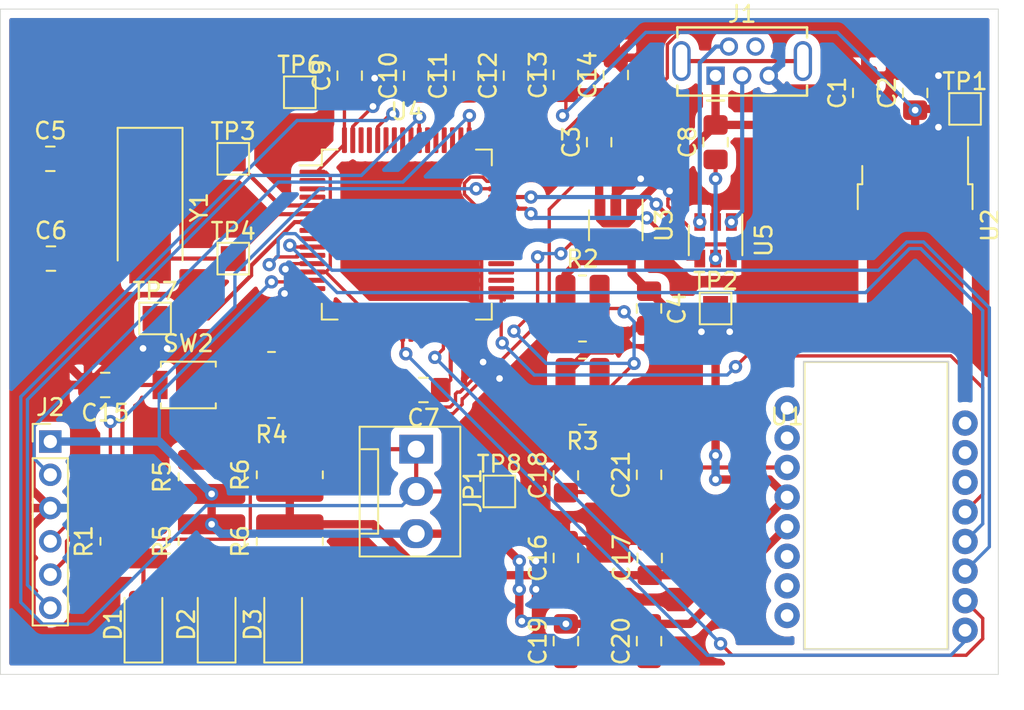
<source format=kicad_pcb>
(kicad_pcb (version 20171130) (host pcbnew "(5.1.9)-1")
  (layers (0 F.Cu signal) (31 B.Cu signal) (34 B.Paste user) (35 F.Paste user) (36 B.SilkS user) (37 F.SilkS user) (38 B.Mask user) (39 F.Mask user) (44 Edge.Cuts user))
  (net 0 "")
  (net 1 +5V)
  (net 2 GND)
  (net 3 3.3V_LED)
  (net 4 1.9V_LED)
  (net 5 "Net-(C5-Pad2)")
  (net 6 "Net-(C6-Pad2)")
  (net 7 "Net-(C7-Pad1)")
  (net 8 "Net-(C8-Pad1)")
  (net 9 NRST)
  (net 10 "Net-(C18-Pad1)")
  (net 11 IN_D-)
  (net 12 IN_D+)
  (net 13 "Net-(J1-Pad4)")
  (net 14 "Net-(J1-Pad6)")
  (net 15 SWCLK)
  (net 16 SWDIO)
  (net 17 SWO)
  (net 18 BOOT0)
  (net 19 "Net-(R2-Pad2)")
  (net 20 "Net-(U1-Pad16)")
  (net 21 "Net-(U1-Pad15)")
  (net 22 "Net-(U1-Pad14)")
  (net 23 NCS)
  (net 24 MISO)
  (net 25 MOSI)
  (net 26 SCK)
  (net 27 Motion)
  (net 28 "Net-(U1-Pad8)")
  (net 29 "Net-(U1-Pad7)")
  (net 30 "Net-(U1-Pad6)")
  (net 31 "Net-(U1-Pad2)")
  (net 32 "Net-(U1-Pad1)")
  (net 33 "Net-(U4-Pad2)")
  (net 34 "Net-(U4-Pad3)")
  (net 35 "Net-(U4-Pad4)")
  (net 36 "Net-(U4-Pad8)")
  (net 37 "Net-(U4-Pad9)")
  (net 38 "Net-(U4-Pad14)")
  (net 39 "Net-(U4-Pad15)")
  (net 40 "Net-(U4-Pad16)")
  (net 41 "Net-(U4-Pad17)")
  (net 42 "Net-(U4-Pad20)")
  (net 43 "Net-(U4-Pad21)")
  (net 44 "Net-(U4-Pad22)")
  (net 45 "Net-(U4-Pad23)")
  (net 46 "Net-(U4-Pad25)")
  (net 47 "Net-(U4-Pad26)")
  (net 48 "Net-(U4-Pad27)")
  (net 49 "Net-(U4-Pad28)")
  (net 50 "Net-(U4-Pad34)")
  (net 51 "Net-(U4-Pad35)")
  (net 52 "Net-(U4-Pad36)")
  (net 53 "Net-(U4-Pad37)")
  (net 54 "Net-(U4-Pad38)")
  (net 55 "Net-(U4-Pad39)")
  (net 56 "Net-(U4-Pad40)")
  (net 57 "Net-(U4-Pad41)")
  (net 58 "Net-(U4-Pad42)")
  (net 59 "Net-(U4-Pad43)")
  (net 60 OUT_D-)
  (net 61 OUT_D+)
  (net 62 "Net-(U4-Pad50)")
  (net 63 "Net-(U4-Pad51)")
  (net 64 "Net-(U4-Pad52)")
  (net 65 "Net-(U4-Pad53)")
  (net 66 "Net-(U4-Pad54)")
  (net 67 "Net-(U4-Pad56)")
  (net 68 "Net-(U4-Pad57)")
  (net 69 "Net-(U4-Pad58)")
  (net 70 "Net-(U4-Pad59)")
  (net 71 "Net-(U4-Pad61)")
  (net 72 "Net-(U4-Pad62)")
  (net 73 +3V3)
  (net 74 VDD)
  (net 75 "Net-(D1-Pad2)")
  (net 76 "Net-(D2-Pad2)")
  (net 77 "Net-(D3-Pad2)")
  (module Capacitor_SMD:C_0805_2012Metric_Pad1.18x1.45mm_HandSolder (layer F.Cu) (at 104 36.0375 90)
    (fp_text reference C2 (at 0 -1.68 90) (layer F.SilkS))
    (fp_text value 4u7)
    (pad 2 smd roundrect (at 1.0375 0 90) (size 1.175 1.45) (layers F.Cu F.Paste F.Mask) (roundrect_rratio 0.212766) (net 2 GND))
    (pad 1 smd roundrect (at -1.0375 0 90) (size 1.175 1.45) (layers F.Cu F.Paste F.Mask) (roundrect_rratio 0.212766) (net 73 +3V3))
  )
  (module Capacitor_SMD:C_0805_2012Metric_Pad1.18x1.45mm_HandSolder (layer F.Cu) (at 101 36.0375 90)
    (fp_text reference C1 (at 0 -1.68 90) (layer F.SilkS))
    (fp_text value 4u7)
    (pad 1 smd roundrect (at -1.0375 0 90) (size 1.175 1.45) (layers F.Cu F.Paste F.Mask) (roundrect_rratio 0.212766) (net 1 +5V))
    (pad 2 smd roundrect (at 1.0375 0 90) (size 1.175 1.45) (layers F.Cu F.Paste F.Mask) (roundrect_rratio 0.212766) (net 2 GND))
  )
  (module Capacitor_SMD:C_0805_2012Metric_Pad1.18x1.45mm_HandSolder (layer F.Cu) (at 92 39 90)
    (fp_text reference C8 (at 0 -1.68 90) (layer F.SilkS))
    (fp_text value 100n)
    (pad 2 smd roundrect (at 1.0375 0 90) (size 1.175 1.45) (layers F.Cu F.Paste F.Mask) (roundrect_rratio 0.212766) (net 1 +5V))
    (pad 1 smd roundrect (at -1.0375 0 90) (size 1.175 1.45) (layers F.Cu F.Paste F.Mask) (roundrect_rratio 0.212766) (net 8 "Net-(C8-Pad1)"))
  )
  (module Capacitor_SMD:C_0805_2012Metric_Pad1.18x1.45mm_HandSolder (layer F.Cu) (at 52 40)
    (fp_text reference C5 (at 0 -1.68) (layer F.SilkS))
    (fp_text value 22pF)
    (pad 2 smd roundrect (at 1.0375 0) (size 1.175 1.45) (layers F.Cu F.Paste F.Mask) (roundrect_rratio 0.212766) (net 5 "Net-(C5-Pad2)"))
    (pad 1 smd roundrect (at -1.0375 0) (size 1.175 1.45) (layers F.Cu F.Paste F.Mask) (roundrect_rratio 0.212766) (net 2 GND))
  )
  (module Capacitor_SMD:C_0805_2012Metric_Pad1.18x1.45mm_HandSolder (layer F.Cu) (at 74.4375 53.9 180)
    (fp_text reference C7 (at 0 -1.68) (layer F.SilkS))
    (fp_text value 4.7uF)
    (pad 1 smd roundrect (at -1.0375 0 180) (size 1.175 1.45) (layers F.Cu F.Paste F.Mask) (roundrect_rratio 0.212766) (net 7 "Net-(C7-Pad1)"))
    (pad 2 smd roundrect (at 1.0375 0 180) (size 1.175 1.45) (layers F.Cu F.Paste F.Mask) (roundrect_rratio 0.212766) (net 2 GND))
  )
  (module Capacitor_SMD:C_0805_2012Metric_Pad1.18x1.45mm_HandSolder (layer F.Cu) (at 74 35 90)
    (fp_text reference C10 (at 0 -1.68 90) (layer F.SilkS))
    (fp_text value 1u)
    (pad 1 smd roundrect (at -1.0375 0 90) (size 1.175 1.45) (layers F.Cu F.Paste F.Mask) (roundrect_rratio 0.212766) (net 73 +3V3))
    (pad 2 smd roundrect (at 1.0375 0 90) (size 1.175 1.45) (layers F.Cu F.Paste F.Mask) (roundrect_rratio 0.212766) (net 2 GND))
  )
  (module Capacitor_SMD:C_0805_2012Metric_Pad1.18x1.45mm_HandSolder (layer F.Cu) (at 85 39 90)
    (fp_text reference C3 (at 0 -1.68 90) (layer F.SilkS))
    (fp_text value 1u)
    (pad 2 smd roundrect (at 1.0375 0 90) (size 1.175 1.45) (layers F.Cu F.Paste F.Mask) (roundrect_rratio 0.212766) (net 2 GND))
    (pad 1 smd roundrect (at -1.0375 0 90) (size 1.175 1.45) (layers F.Cu F.Paste F.Mask) (roundrect_rratio 0.212766) (net 1 +5V))
  )
  (module Capacitor_SMD:C_0805_2012Metric_Pad1.18x1.45mm_HandSolder (layer F.Cu) (at 88 49 270)
    (fp_text reference C4 (at 0 -1.68 90) (layer F.SilkS))
    (fp_text value 2.2u)
    (pad 1 smd roundrect (at -1.0375 0 270) (size 1.175 1.45) (layers F.Cu F.Paste F.Mask) (roundrect_rratio 0.212766) (net 74 VDD))
    (pad 2 smd roundrect (at 1.0375 0 270) (size 1.175 1.45) (layers F.Cu F.Paste F.Mask) (roundrect_rratio 0.212766) (net 2 GND))
  )
  (module Capacitor_SMD:C_0805_2012Metric_Pad1.18x1.45mm_HandSolder (layer F.Cu) (at 52.0375 46)
    (fp_text reference C6 (at 0 -1.68) (layer F.SilkS))
    (fp_text value 22pF)
    (pad 2 smd roundrect (at 1.0375 0) (size 1.175 1.45) (layers F.Cu F.Paste F.Mask) (roundrect_rratio 0.212766) (net 6 "Net-(C6-Pad2)"))
    (pad 1 smd roundrect (at -1.0375 0) (size 1.175 1.45) (layers F.Cu F.Paste F.Mask) (roundrect_rratio 0.212766) (net 2 GND))
  )
  (module Capacitor_SMD:C_0805_2012Metric_Pad1.18x1.45mm_HandSolder (layer F.Cu) (at 77 35 90)
    (fp_text reference C11 (at 0 -1.68 90) (layer F.SilkS))
    (fp_text value 1u)
    (pad 2 smd roundrect (at 1.0375 0 90) (size 1.175 1.45) (layers F.Cu F.Paste F.Mask) (roundrect_rratio 0.212766) (net 2 GND))
    (pad 1 smd roundrect (at -1.0375 0 90) (size 1.175 1.45) (layers F.Cu F.Paste F.Mask) (roundrect_rratio 0.212766) (net 73 +3V3))
  )
  (module Capacitor_SMD:C_0805_2012Metric_Pad1.18x1.45mm_HandSolder (layer F.Cu) (at 80 35 90)
    (fp_text reference C12 (at 0 -1.68 90) (layer F.SilkS))
    (fp_text value 1u)
    (pad 1 smd roundrect (at -1.0375 0 90) (size 1.175 1.45) (layers F.Cu F.Paste F.Mask) (roundrect_rratio 0.212766) (net 73 +3V3))
    (pad 2 smd roundrect (at 1.0375 0 90) (size 1.175 1.45) (layers F.Cu F.Paste F.Mask) (roundrect_rratio 0.212766) (net 2 GND))
  )
  (module Capacitor_SMD:C_0805_2012Metric_Pad1.18x1.45mm_HandSolder (layer F.Cu) (at 70 35 90)
    (fp_text reference C9 (at 0 -1.68 90) (layer F.SilkS))
    (fp_text value 1u)
    (pad 2 smd roundrect (at 1.0375 0 90) (size 1.175 1.45) (layers F.Cu F.Paste F.Mask) (roundrect_rratio 0.212766) (net 2 GND))
    (pad 1 smd roundrect (at -1.0375 0 90) (size 1.175 1.45) (layers F.Cu F.Paste F.Mask) (roundrect_rratio 0.212766) (net 73 +3V3))
  )
  (module Resistor_SMD:R_0815_2038Metric_Pad1.20x4.05mm_HandSolder (layer F.Cu) (at 57 63 90)
    (fp_text reference R1 (at 0 -2.98 90) (layer F.SilkS))
    (fp_text value 1.5k)
    (pad 1 smd roundrect (at -1.025 0 90) (size 1.2 4.05) (layers F.Cu F.Paste F.Mask) (roundrect_rratio 0.208333) (net 75 "Net-(D1-Pad2)"))
    (pad 2 smd roundrect (at 1.025 0 90) (size 1.2 4.05) (layers F.Cu F.Paste F.Mask) (roundrect_rratio 0.208333) (net 1 +5V))
  )
  (module LED_SMD:LED_1206_3216Metric (layer F.Cu) (at 66 68 90)
    (fp_text reference D3 (at 0 -1.82 90) (layer F.SilkS))
    (fp_text value "Indicator LED")
    (pad 1 smd roundrect (at -1.4 0 90) (size 1.25 1.75) (layers F.Cu F.Paste F.Mask) (roundrect_rratio 0.2) (net 2 GND))
    (pad 2 smd roundrect (at 1.4 0 90) (size 1.25 1.75) (layers F.Cu F.Paste F.Mask) (roundrect_rratio 0.2) (net 77 "Net-(D3-Pad2)"))
  )
  (module Connector_USB:USB_Mini-B_Tensility_54-00023_Vertical (layer F.Cu) (at 92 35)
    (fp_text reference J1 (at 1.6 -3.7) (layer F.SilkS))
    (fp_text value USB_OTG)
    (pad 1 thru_hole rect (at 0 0) (size 1.1 1.1) (drill 0.7) (layers *.Cu *.Mask) (net 1 +5V))
    (pad 2 thru_hole circle (at 0.8 -1.75) (size 1.1 1.1) (drill 0.7) (layers *.Cu *.Mask) (net 11 IN_D-))
    (pad 3 thru_hole circle (at 1.6 0) (size 1.1 1.1) (drill 0.7) (layers *.Cu *.Mask) (net 12 IN_D+))
    (pad 4 thru_hole circle (at 2.4 -1.75) (size 1.1 1.1) (drill 0.7) (layers *.Cu *.Mask) (net 13 "Net-(J1-Pad4)"))
    (pad 5 thru_hole circle (at 3.2 0) (size 1.1 1.1) (drill 0.7) (layers *.Cu *.Mask) (net 2 GND))
    (pad 6 thru_hole oval (at -2.05 -0.875) (size 1.1 2.4) (drill oval 0.7 2) (layers *.Cu *.Mask) (net 14 "Net-(J1-Pad6)"))
    (pad 6 thru_hole oval (at 5.25 -0.875) (size 1.1 2.4) (drill oval 0.7 2) (layers *.Cu *.Mask) (net 14 "Net-(J1-Pad6)"))
  )
  (module Capacitor_SMD:C_0805_2012Metric_Pad1.18x1.45mm_HandSolder (layer F.Cu) (at 86 34.9625 90)
    (fp_text reference C14 (at 0 -1.68 90) (layer F.SilkS))
    (fp_text value 1u)
    (pad 1 smd roundrect (at -1.0375 0 90) (size 1.175 1.45) (layers F.Cu F.Paste F.Mask) (roundrect_rratio 0.212766) (net 73 +3V3))
    (pad 2 smd roundrect (at 1.0375 0 90) (size 1.175 1.45) (layers F.Cu F.Paste F.Mask) (roundrect_rratio 0.212766) (net 2 GND))
  )
  (module Capacitor_SMD:C_0805_2012Metric_Pad1.18x1.45mm_HandSolder (layer F.Cu) (at 83 64 90)
    (fp_text reference C16 (at 0 -1.68 90) (layer F.SilkS))
    (fp_text value 10u)
    (pad 1 smd roundrect (at -1.0375 0 90) (size 1.175 1.45) (layers F.Cu F.Paste F.Mask) (roundrect_rratio 0.212766) (net 74 VDD))
    (pad 2 smd roundrect (at 1.0375 0 90) (size 1.175 1.45) (layers F.Cu F.Paste F.Mask) (roundrect_rratio 0.212766) (net 2 GND))
  )
  (module Capacitor_SMD:C_0805_2012Metric_Pad1.18x1.45mm_HandSolder (layer F.Cu) (at 88 59 90)
    (fp_text reference C21 (at 0 -1.68 90) (layer F.SilkS))
    (fp_text value 4u7)
    (pad 2 smd roundrect (at 1.0375 0 90) (size 1.175 1.45) (layers F.Cu F.Paste F.Mask) (roundrect_rratio 0.212766) (net 2 GND))
    (pad 1 smd roundrect (at -1.0375 0 90) (size 1.175 1.45) (layers F.Cu F.Paste F.Mask) (roundrect_rratio 0.212766) (net 10 "Net-(C18-Pad1)"))
  )
  (module LED_SMD:LED_1206_3216Metric (layer F.Cu) (at 62 68 90)
    (fp_text reference D2 (at 0 -1.82 90) (layer F.SilkS))
    (fp_text value "Indicator LED")
    (pad 2 smd roundrect (at 1.4 0 90) (size 1.25 1.75) (layers F.Cu F.Paste F.Mask) (roundrect_rratio 0.2) (net 76 "Net-(D2-Pad2)"))
    (pad 1 smd roundrect (at -1.4 0 90) (size 1.25 1.75) (layers F.Cu F.Paste F.Mask) (roundrect_rratio 0.2) (net 2 GND))
  )
  (module Capacitor_SMD:C_0805_2012Metric_Pad1.18x1.45mm_HandSolder (layer F.Cu) (at 83 69 90)
    (fp_text reference C19 (at 0 -1.68 90) (layer F.SilkS))
    (fp_text value 10u)
    (pad 1 smd roundrect (at -1.0375 0 90) (size 1.175 1.45) (layers F.Cu F.Paste F.Mask) (roundrect_rratio 0.212766) (net 2 GND))
    (pad 2 smd roundrect (at 1.0375 0 90) (size 1.175 1.45) (layers F.Cu F.Paste F.Mask) (roundrect_rratio 0.212766) (net 73 +3V3))
  )
  (module Capacitor_SMD:C_0805_2012Metric_Pad1.18x1.45mm_HandSolder (layer F.Cu) (at 83 34.9625 90)
    (fp_text reference C13 (at 0 -1.68 90) (layer F.SilkS))
    (fp_text value 1u)
    (pad 2 smd roundrect (at 1.0375 0 90) (size 1.175 1.45) (layers F.Cu F.Paste F.Mask) (roundrect_rratio 0.212766) (net 2 GND))
    (pad 1 smd roundrect (at -1.0375 0 90) (size 1.175 1.45) (layers F.Cu F.Paste F.Mask) (roundrect_rratio 0.212766) (net 73 +3V3))
  )
  (module Connector:FanPinHeader_1x03_P2.54mm_Vertical (layer F.Cu) (at 74 57.46 270)
    (fp_text reference JP1 (at 2.5 -3.4 90) (layer F.SilkS))
    (fp_text value DFU)
    (pad 1 thru_hole rect (at 0 0) (size 2.03 1.73) (drill 1.02) (layers *.Cu *.Mask) (net 18 BOOT0))
    (pad 2 thru_hole oval (at 2.54 0) (size 2.03 1.73) (drill 1.02) (layers *.Cu *.Mask) (net 18 BOOT0))
    (pad 3 thru_hole oval (at 5.08 0) (size 2.03 1.73) (drill 1.02) (layers *.Cu *.Mask) (net 73 +3V3))
  )
  (module Resistor_SMD:R_0815_2038Metric_Pad1.20x4.05mm_HandSolder (layer F.Cu) (at 84 49)
    (fp_text reference R2 (at 0 -2.98) (layer F.SilkS))
    (fp_text value 5.6k)
    (pad 1 smd roundrect (at -1.025 0) (size 1.2 4.05) (layers F.Cu F.Paste F.Mask) (roundrect_rratio 0.208333) (net 74 VDD))
    (pad 2 smd roundrect (at 1.025 0) (size 1.2 4.05) (layers F.Cu F.Paste F.Mask) (roundrect_rratio 0.208333) (net 19 "Net-(R2-Pad2)"))
  )
  (module Resistor_SMD:R_0815_2038Metric_Pad1.20x4.05mm_HandSolder (layer F.Cu) (at 84 54 180)
    (fp_text reference R3 (at 0 -2.98) (layer F.SilkS))
    (fp_text value 10k)
    (pad 2 smd roundrect (at 1.025 0 180) (size 1.2 4.05) (layers F.Cu F.Paste F.Mask) (roundrect_rratio 0.208333) (net 2 GND))
    (pad 1 smd roundrect (at -1.025 0 180) (size 1.2 4.05) (layers F.Cu F.Paste F.Mask) (roundrect_rratio 0.208333) (net 19 "Net-(R2-Pad2)"))
  )
  (module Capacitor_SMD:C_0805_2012Metric_Pad1.18x1.45mm_HandSolder (layer F.Cu) (at 88.0375 64 90)
    (fp_text reference C17 (at 0 -1.68 90) (layer F.SilkS))
    (fp_text value 100n)
    (pad 1 smd roundrect (at -1.0375 0 90) (size 1.175 1.45) (layers F.Cu F.Paste F.Mask) (roundrect_rratio 0.212766) (net 74 VDD))
    (pad 2 smd roundrect (at 1.0375 0 90) (size 1.175 1.45) (layers F.Cu F.Paste F.Mask) (roundrect_rratio 0.212766) (net 2 GND))
  )
  (module Capacitor_SMD:C_0805_2012Metric_Pad1.18x1.45mm_HandSolder (layer F.Cu) (at 83 59.0375 90)
    (fp_text reference C18 (at 0 -1.68 90) (layer F.SilkS))
    (fp_text value 100n)
    (pad 1 smd roundrect (at -1.0375 0 90) (size 1.175 1.45) (layers F.Cu F.Paste F.Mask) (roundrect_rratio 0.212766) (net 10 "Net-(C18-Pad1)"))
    (pad 2 smd roundrect (at 1.0375 0 90) (size 1.175 1.45) (layers F.Cu F.Paste F.Mask) (roundrect_rratio 0.212766) (net 2 GND))
  )
  (module Capacitor_SMD:C_0805_2012Metric_Pad1.18x1.45mm_HandSolder (layer F.Cu) (at 88 69 90)
    (fp_text reference C20 (at 0 -1.68 90) (layer F.SilkS))
    (fp_text value 100n)
    (pad 2 smd roundrect (at 1.0375 0 90) (size 1.175 1.45) (layers F.Cu F.Paste F.Mask) (roundrect_rratio 0.212766) (net 73 +3V3))
    (pad 1 smd roundrect (at -1.0375 0 90) (size 1.175 1.45) (layers F.Cu F.Paste F.Mask) (roundrect_rratio 0.212766) (net 2 GND))
  )
  (module LED_SMD:LED_1206_3216Metric (layer F.Cu) (at 57.6 68 90)
    (fp_text reference D1 (at 0 -1.82 90) (layer F.SilkS))
    (fp_text value "Indicator LED")
    (pad 1 smd roundrect (at -1.4 0 90) (size 1.25 1.75) (layers F.Cu F.Paste F.Mask) (roundrect_rratio 0.2) (net 2 GND))
    (pad 2 smd roundrect (at 1.4 0 90) (size 1.25 1.75) (layers F.Cu F.Paste F.Mask) (roundrect_rratio 0.2) (net 75 "Net-(D1-Pad2)"))
  )
  (module Capacitor_SMD:C_0805_2012Metric_Pad1.18x1.45mm_HandSolder (layer F.Cu) (at 55.3 53.6 180)
    (fp_text reference C15 (at 0 -1.68) (layer F.SilkS))
    (fp_text value 100n)
    (pad 1 smd roundrect (at -1.0375 0 180) (size 1.175 1.45) (layers F.Cu F.Paste F.Mask) (roundrect_rratio 0.212766) (net 9 NRST))
    (pad 2 smd roundrect (at 1.0375 0 180) (size 1.175 1.45) (layers F.Cu F.Paste F.Mask) (roundrect_rratio 0.212766) (net 2 GND))
  )
  (module Connector_PinHeader_2.00mm:PinHeader_1x06_P2.00mm_Vertical (layer F.Cu) (at 52 57)
    (fp_text reference J2 (at 0 -2.06) (layer F.SilkS))
    (fp_text value SWD)
    (pad 1 thru_hole rect (at 0 0) (size 1.35 1.35) (drill 0.8) (layers *.Cu *.Mask) (net 73 +3V3))
    (pad 2 thru_hole oval (at 0 2) (size 1.35 1.35) (drill 0.8) (layers *.Cu *.Mask) (net 15 SWCLK))
    (pad 3 thru_hole oval (at 0 4) (size 1.35 1.35) (drill 0.8) (layers *.Cu *.Mask) (net 2 GND))
    (pad 4 thru_hole oval (at 0 6) (size 1.35 1.35) (drill 0.8) (layers *.Cu *.Mask) (net 16 SWDIO))
    (pad 5 thru_hole oval (at 0 8) (size 1.35 1.35) (drill 0.8) (layers *.Cu *.Mask) (net 9 NRST))
    (pad 6 thru_hole oval (at 0 10) (size 1.35 1.35) (drill 0.8) (layers *.Cu *.Mask) (net 17 SWO))
  )
  (module Package_QFP:LQFP-64_10x10mm_P0.5mm (layer F.Cu) (at 73.435001 44.555001)
    (fp_text reference U4 (at 0 -7.4) (layer F.SilkS))
    (fp_text value STM32F411RETx)
    (pad 1 smd roundrect (at -5.675 -3.75) (size 1.55 0.3) (layers F.Cu F.Paste F.Mask) (net 73 +3V3))
    (pad 2 smd roundrect (at -5.675 -3.25) (size 1.55 0.3) (layers F.Cu F.Paste F.Mask) (net 33 "Net-(U4-Pad2)"))
    (pad 3 smd roundrect (at -5.675 -2.75) (size 1.55 0.3) (layers F.Cu F.Paste F.Mask) (net 34 "Net-(U4-Pad3)"))
    (pad 4 smd roundrect (at -5.675 -2.25) (size 1.55 0.3) (layers F.Cu F.Paste F.Mask) (net 35 "Net-(U4-Pad4)"))
    (pad 5 smd roundrect (at -5.675 -1.75) (size 1.55 0.3) (layers F.Cu F.Paste F.Mask) (net 5 "Net-(C5-Pad2)"))
    (pad 6 smd roundrect (at -5.675 -1.25) (size 1.55 0.3) (layers F.Cu F.Paste F.Mask) (net 6 "Net-(C6-Pad2)"))
    (pad 7 smd roundrect (at -5.675 -0.75) (size 1.55 0.3) (layers F.Cu F.Paste F.Mask) (net 9 NRST))
    (pad 8 smd roundrect (at -5.675 -0.25) (size 1.55 0.3) (layers F.Cu F.Paste F.Mask) (net 36 "Net-(U4-Pad8)"))
    (pad 9 smd roundrect (at -5.675 0.25) (size 1.55 0.3) (layers F.Cu F.Paste F.Mask) (net 37 "Net-(U4-Pad9)"))
    (pad 10 smd roundrect (at -5.675 0.75) (size 1.55 0.3) (layers F.Cu F.Paste F.Mask) (net 24 MISO))
    (pad 11 smd roundrect (at -5.675 1.25) (size 1.55 0.3) (layers F.Cu F.Paste F.Mask) (net 25 MOSI))
    (pad 12 smd roundrect (at -5.675 1.75) (size 1.55 0.3) (layers F.Cu F.Paste F.Mask) (net 2 GND))
    (pad 13 smd roundrect (at -5.675 2.25) (size 1.55 0.3) (layers F.Cu F.Paste F.Mask) (net 73 +3V3))
    (pad 14 smd roundrect (at -5.675 2.75) (size 1.55 0.3) (layers F.Cu F.Paste F.Mask) (net 38 "Net-(U4-Pad14)"))
    (pad 15 smd roundrect (at -5.675 3.25) (size 1.55 0.3) (layers F.Cu F.Paste F.Mask) (net 39 "Net-(U4-Pad15)"))
    (pad 16 smd roundrect (at -5.675 3.75) (size 1.55 0.3) (layers F.Cu F.Paste F.Mask) (net 40 "Net-(U4-Pad16)"))
    (pad 17 smd roundrect (at -3.75 5.675) (size 0.3 1.55) (layers F.Cu F.Paste F.Mask) (net 41 "Net-(U4-Pad17)"))
    (pad 18 smd roundrect (at -3.25 5.675) (size 0.3 1.55) (layers F.Cu F.Paste F.Mask) (net 2 GND))
    (pad 19 smd roundrect (at -2.75 5.675) (size 0.3 1.55) (layers F.Cu F.Paste F.Mask) (net 73 +3V3))
    (pad 20 smd roundrect (at -2.25 5.675) (size 0.3 1.55) (layers F.Cu F.Paste F.Mask) (net 42 "Net-(U4-Pad20)"))
    (pad 21 smd roundrect (at -1.75 5.675) (size 0.3 1.55) (layers F.Cu F.Paste F.Mask) (net 43 "Net-(U4-Pad21)"))
    (pad 22 smd roundrect (at -1.25 5.675) (size 0.3 1.55) (layers F.Cu F.Paste F.Mask) (net 44 "Net-(U4-Pad22)"))
    (pad 23 smd roundrect (at -0.75 5.675) (size 0.3 1.55) (layers F.Cu F.Paste F.Mask) (net 45 "Net-(U4-Pad23)"))
    (pad 24 smd roundrect (at -0.25 5.675) (size 0.3 1.55) (layers F.Cu F.Paste F.Mask) (net 27 Motion))
    (pad 25 smd roundrect (at 0.25 5.675) (size 0.3 1.55) (layers F.Cu F.Paste F.Mask) (net 46 "Net-(U4-Pad25)"))
    (pad 26 smd roundrect (at 0.75 5.675) (size 0.3 1.55) (layers F.Cu F.Paste F.Mask) (net 47 "Net-(U4-Pad26)"))
    (pad 27 smd roundrect (at 1.25 5.675) (size 0.3 1.55) (layers F.Cu F.Paste F.Mask) (net 48 "Net-(U4-Pad27)"))
    (pad 28 smd roundrect (at 1.75 5.675) (size 0.3 1.55) (layers F.Cu F.Paste F.Mask) (net 49 "Net-(U4-Pad28)"))
    (pad 29 smd roundrect (at 2.25 5.675) (size 0.3 1.55) (layers F.Cu F.Paste F.Mask) (net 26 SCK))
    (pad 30 smd roundrect (at 2.75 5.675) (size 0.3 1.55) (layers F.Cu F.Paste F.Mask) (net 7 "Net-(C7-Pad1)"))
    (pad 31 smd roundrect (at 3.25 5.675) (size 0.3 1.55) (layers F.Cu F.Paste F.Mask) (net 2 GND))
    (pad 32 smd roundrect (at 3.75 5.675) (size 0.3 1.55) (layers F.Cu F.Paste F.Mask) (net 73 +3V3))
    (pad 33 smd roundrect (at 5.675 3.75) (size 1.55 0.3) (layers F.Cu F.Paste F.Mask) (net 23 NCS))
    (pad 34 smd roundrect (at 5.675 3.25) (size 1.55 0.3) (layers F.Cu F.Paste F.Mask) (net 50 "Net-(U4-Pad34)"))
    (pad 35 smd roundrect (at 5.675 2.75) (size 1.55 0.3) (layers F.Cu F.Paste F.Mask) (net 51 "Net-(U4-Pad35)"))
    (pad 36 smd roundrect (at 5.675 2.25) (size 1.55 0.3) (layers F.Cu F.Paste F.Mask) (net 52 "Net-(U4-Pad36)"))
    (pad 37 smd roundrect (at 5.675 1.75) (size 1.55 0.3) (layers F.Cu F.Paste F.Mask) (net 53 "Net-(U4-Pad37)"))
    (pad 38 smd roundrect (at 5.675 1.25) (size 1.55 0.3) (layers F.Cu F.Paste F.Mask) (net 54 "Net-(U4-Pad38)"))
    (pad 39 smd roundrect (at 5.675 0.75) (size 1.55 0.3) (layers F.Cu F.Paste F.Mask) (net 55 "Net-(U4-Pad39)"))
    (pad 40 smd roundrect (at 5.675 0.25) (size 1.55 0.3) (layers F.Cu F.Paste F.Mask) (net 56 "Net-(U4-Pad40)"))
    (pad 41 smd roundrect (at 5.675 -0.25) (size 1.55 0.3) (layers F.Cu F.Paste F.Mask) (net 57 "Net-(U4-Pad41)"))
    (pad 42 smd roundrect (at 5.675 -0.75) (size 1.55 0.3) (layers F.Cu F.Paste F.Mask) (net 58 "Net-(U4-Pad42)"))
    (pad 43 smd roundrect (at 5.675 -1.25) (size 1.55 0.3) (layers F.Cu F.Paste F.Mask) (net 59 "Net-(U4-Pad43)"))
    (pad 44 smd roundrect (at 5.675 -1.75) (size 1.55 0.3) (layers F.Cu F.Paste F.Mask) (net 60 OUT_D-))
    (pad 45 smd roundrect (at 5.675 -2.25) (size 1.55 0.3) (layers F.Cu F.Paste F.Mask) (net 61 OUT_D+))
    (pad 46 smd roundrect (at 5.675 -2.75) (size 1.55 0.3) (layers F.Cu F.Paste F.Mask) (net 16 SWDIO))
    (pad 47 smd roundrect (at 5.675 -3.25) (size 1.55 0.3) (layers F.Cu F.Paste F.Mask) (net 2 GND))
    (pad 48 smd roundrect (at 5.675 -3.75) (size 1.55 0.3) (layers F.Cu F.Paste F.Mask) (net 73 +3V3))
    (pad 49 smd roundrect (at 3.75 -5.675) (size 0.3 1.55) (layers F.Cu F.Paste F.Mask) (net 15 SWCLK))
    (pad 50 smd roundrect (at 3.25 -5.675) (size 0.3 1.55) (layers F.Cu F.Paste F.Mask) (net 62 "Net-(U4-Pad50)"))
    (pad 51 smd roundrect (at 2.75 -5.675) (size 0.3 1.55) (layers F.Cu F.Paste F.Mask) (net 63 "Net-(U4-Pad51)"))
    (pad 52 smd roundrect (at 2.25 -5.675) (size 0.3 1.55) (layers F.Cu F.Paste F.Mask) (net 64 "Net-(U4-Pad52)"))
    (pad 53 smd roundrect (at 1.75 -5.675) (size 0.3 1.55) (layers F.Cu F.Paste F.Mask) (net 65 "Net-(U4-Pad53)"))
    (pad 54 smd roundrect (at 1.25 -5.675) (size 0.3 1.55) (layers F.Cu F.Paste F.Mask) (net 66 "Net-(U4-Pad54)"))
    (pad 55 smd roundrect (at 0.75 -5.675) (size 0.3 1.55) (layers F.Cu F.Paste F.Mask) (net 17 SWO))
    (pad 56 smd roundrect (at 0.25 -5.675) (size 0.3 1.55) (layers F.Cu F.Paste F.Mask) (net 67 "Net-(U4-Pad56)"))
    (pad 57 smd roundrect (at -0.25 -5.675) (size 0.3 1.55) (layers F.Cu F.Paste F.Mask) (net 68 "Net-(U4-Pad57)"))
    (pad 58 smd roundrect (at -0.75 -5.675) (size 0.3 1.55) (layers F.Cu F.Paste F.Mask) (net 69 "Net-(U4-Pad58)"))
    (pad 59 smd roundrect (at -1.25 -5.675) (size 0.3 1.55) (layers F.Cu F.Paste F.Mask) (net 70 "Net-(U4-Pad59)"))
    (pad 60 smd roundrect (at -1.75 -5.675) (size 0.3 1.55) (layers F.Cu F.Paste F.Mask) (net 18 BOOT0))
    (pad 61 smd roundrect (at -2.25 -5.675) (size 0.3 1.55) (layers F.Cu F.Paste F.Mask) (net 71 "Net-(U4-Pad61)"))
    (pad 62 smd roundrect (at -2.75 -5.675) (size 0.3 1.55) (layers F.Cu F.Paste F.Mask) (net 72 "Net-(U4-Pad62)"))
    (pad 63 smd roundrect (at -3.25 -5.675) (size 0.3 1.55) (layers F.Cu F.Paste F.Mask) (net 2 GND))
    (pad 64 smd roundrect (at -3.75 -5.675) (size 0.3 1.55) (layers F.Cu F.Paste F.Mask) (net 73 +3V3))
  )
  (module TestPoint:TestPoint_Pad_1.5x1.5mm (layer F.Cu) (at 107 37)
    (fp_text reference TP1 (at 0 -1.648) (layer F.SilkS))
    (fp_text value TestPoint)
    (pad 1 smd rect (at 0 0) (size 1.5 1.5) (layers F.Cu F.Mask) (net 73 +3V3))
  )
  (module Button_Switch_SMD:SW_SPST_B3U-1000P (layer F.Cu) (at 60.3 53.6)
    (fp_text reference SW2 (at 0 -2.5) (layer F.SilkS))
    (fp_text value Reset)
    (pad 1 smd rect (at -1.7 0) (size 0.9 1.7) (layers F.Cu F.Paste F.Mask) (net 9 NRST))
    (pad 2 smd rect (at 1.7 0) (size 0.9 1.7) (layers F.Cu F.Paste F.Mask) (net 2 GND))
  )
  (module Crystal:Crystal_SMD_0603-2Pin_6.0x3.5mm_HandSoldering (layer F.Cu) (at 58 42.9125 270)
    (fp_text reference Y1 (at 0 -2.95 90) (layer F.SilkS))
    (fp_text value 16Mhz)
    (pad 1 smd rect (at -2.9125 0 270) (size 3.325 2.5) (layers F.Cu F.Paste F.Mask) (net 5 "Net-(C5-Pad2)"))
    (pad 2 smd rect (at 2.9125 0 270) (size 3.325 2.5) (layers F.Cu F.Paste F.Mask) (net 6 "Net-(C6-Pad2)"))
  )
  (module TestPoint:TestPoint_Pad_1.5x1.5mm (layer F.Cu) (at 63 46)
    (fp_text reference TP4 (at 0 -1.648) (layer F.SilkS))
    (fp_text value TestPoint)
    (pad 1 smd rect (at 0 0) (size 1.5 1.5) (layers F.Cu F.Mask) (net 6 "Net-(C6-Pad2)"))
  )
  (module Resistor_SMD:R_0815_2038Metric_Pad1.20x4.05mm_HandSolder (layer F.Cu) (at 66.4 59 90)
    (fp_text reference R6 (at 0 -2.98 90) (layer F.SilkS))
    (fp_text value 47)
    (pad 1 smd roundrect (at -1.025 0 90) (size 1.2 4.05) (layers F.Cu F.Paste F.Mask) (roundrect_rratio 0.208333) (net 74 VDD))
    (pad 2 smd roundrect (at 1.025 0 90) (size 1.2 4.05) (layers F.Cu F.Paste F.Mask) (roundrect_rratio 0.208333) (net 4 1.9V_LED))
  )
  (module Battery:PMW3389 (layer F.Cu) (at 96.3 55)
    (fp_text reference U1 (at 0 0.5) (layer F.SilkS))
    (fp_text value PMW3389)
    (pad 16 thru_hole circle (at 10.7 0.89) (size 1.524 1.524) (drill 0.762) (layers *.Cu *.Mask) (net 20 "Net-(U1-Pad16)"))
    (pad 15 thru_hole circle (at 10.7 2.67) (size 1.524 1.524) (drill 0.762) (layers *.Cu *.Mask) (net 21 "Net-(U1-Pad15)"))
    (pad 14 thru_hole circle (at 10.7 4.45) (size 1.524 1.524) (drill 0.762) (layers *.Cu *.Mask) (net 22 "Net-(U1-Pad14)"))
    (pad 13 thru_hole circle (at 10.7 6.23) (size 1.524 1.524) (drill 0.762) (layers *.Cu *.Mask) (net 23 NCS))
    (pad 12 thru_hole circle (at 10.7 8.01) (size 1.524 1.524) (drill 0.762) (layers *.Cu *.Mask) (net 24 MISO))
    (pad 11 thru_hole circle (at 10.7 9.79) (size 1.524 1.524) (drill 0.762) (layers *.Cu *.Mask) (net 25 MOSI))
    (pad 10 thru_hole circle (at 10.7 11.57) (size 1.524 1.524) (drill 0.762) (layers *.Cu *.Mask) (net 26 SCK))
    (pad 9 thru_hole circle (at 10.7 13.35) (size 1.524 1.524) (drill 0.762) (layers *.Cu *.Mask) (net 27 Motion))
    (pad 8 thru_hole circle (at 0 12.46) (size 1.524 1.524) (drill 0.762) (layers *.Cu *.Mask) (net 28 "Net-(U1-Pad8)"))
    (pad 7 thru_hole circle (at 0 10.68) (size 1.524 1.524) (drill 0.762) (layers *.Cu *.Mask) (net 29 "Net-(U1-Pad7)"))
    (pad 6 thru_hole circle (at 0 8.9) (size 1.524 1.524) (drill 0.762) (layers *.Cu *.Mask) (net 30 "Net-(U1-Pad6)"))
    (pad 5 thru_hole circle (at 0 7.12) (size 1.524 1.524) (drill 0.762) (layers *.Cu *.Mask) (net 73 +3V3))
    (pad 4 thru_hole circle (at 0 5.34) (size 1.524 1.524) (drill 0.762) (layers *.Cu *.Mask) (net 74 VDD))
    (pad 3 thru_hole circle (at 0 3.56) (size 1.524 1.524) (drill 0.762) (layers *.Cu *.Mask) (net 10 "Net-(C18-Pad1)"))
    (pad 2 thru_hole circle (at 0 1.78) (size 1.524 1.524) (drill 0.762) (layers *.Cu *.Mask) (net 31 "Net-(U1-Pad2)"))
    (pad 1 thru_hole circle (at 0 0) (size 1.524 1.524) (drill 0.762) (layers *.Cu *.Mask) (net 32 "Net-(U1-Pad1)"))
  )
  (module Package_TO_SOT_SMD:TO-252-3_TabPin2 (layer F.Cu) (at 104 44 270)
    (fp_text reference U2 (at 0 -4.5 90) (layer F.SilkS))
    (fp_text value AP2125N-3.3TRG)
    (pad 1 smd rect (at -4.2 -2.28 270) (size 2.2 1.2) (layers F.Cu F.Paste F.Mask) (net 2 GND))
    (pad 2 smd rect (at -4.2 0 270) (size 2.2 1.2) (layers F.Cu F.Paste F.Mask) (net 73 +3V3))
    (pad 3 smd rect (at -4.2 2.28 270) (size 2.2 1.2) (layers F.Cu F.Paste F.Mask) (net 1 +5V))
    (pad 2 smd rect (at 2.1 0 270) (size 6.4 5.8) (layers F.Cu F.Mask) (net 73 +3V3))
  )
  (module Resistor_SMD:R_0815_2038Metric_Pad1.20x4.05mm_HandSolder (layer F.Cu) (at 65.3 53.6 180)
    (fp_text reference R4 (at 0 -2.98) (layer F.SilkS))
    (fp_text value 10k)
    (pad 2 smd roundrect (at 1.025 0 180) (size 1.2 4.05) (layers F.Cu F.Paste F.Mask) (roundrect_rratio 0.208333) (net 2 GND))
    (pad 1 smd roundrect (at -1.025 0 180) (size 1.2 4.05) (layers F.Cu F.Paste F.Mask) (roundrect_rratio 0.208333) (net 18 BOOT0))
  )
  (module TestPoint:TestPoint_Pad_1.5x1.5mm (layer F.Cu) (at 92 49)
    (fp_text reference TP2 (at 0 -1.648) (layer F.SilkS))
    (fp_text value 1.9V)
    (pad 1 smd rect (at 0 0) (size 1.5 1.5) (layers F.Cu F.Mask) (net 74 VDD))
  )
  (module Package_TO_SOT_SMD:SOT-23-5 (layer F.Cu) (at 86 44 270)
    (fp_text reference U3 (at 0 -2.9 90) (layer F.SilkS))
    (fp_text value MIC5235YM5-TR)
    (pad 1 smd rect (at -1.1 -0.95 270) (size 1.06 0.65) (layers F.Cu F.Paste F.Mask) (net 1 +5V))
    (pad 2 smd rect (at -1.1 0 270) (size 1.06 0.65) (layers F.Cu F.Paste F.Mask) (net 2 GND))
    (pad 3 smd rect (at -1.1 0.95 270) (size 1.06 0.65) (layers F.Cu F.Paste F.Mask) (net 1 +5V))
    (pad 4 smd rect (at 1.1 0.95 270) (size 1.06 0.65) (layers F.Cu F.Paste F.Mask) (net 19 "Net-(R2-Pad2)"))
    (pad 5 smd rect (at 1.1 -0.95 270) (size 1.06 0.65) (layers F.Cu F.Paste F.Mask) (net 74 VDD))
  )
  (module TestPoint:TestPoint_Pad_1.5x1.5mm (layer F.Cu) (at 67 36)
    (fp_text reference TP6 (at 0 -1.648) (layer F.SilkS))
    (fp_text value TestPoint)
    (pad 1 smd rect (at 0 0) (size 1.5 1.5) (layers F.Cu F.Mask) (net 73 +3V3))
  )
  (module Resistor_SMD:R_0815_2038Metric_Pad1.20x4.05mm_HandSolder (layer F.Cu) (at 61.7 59.125 90)
    (fp_text reference R5 (at 0 -2.98 90) (layer F.SilkS))
    (fp_text value 820)
    (pad 2 smd roundrect (at 1.025 0 90) (size 1.2 4.05) (layers F.Cu F.Paste F.Mask) (roundrect_rratio 0.208333) (net 3 3.3V_LED))
    (pad 1 smd roundrect (at -1.025 0 90) (size 1.2 4.05) (layers F.Cu F.Paste F.Mask) (roundrect_rratio 0.208333) (net 73 +3V3))
  )
  (module TestPoint:TestPoint_Pad_1.5x1.5mm (layer F.Cu) (at 58.3 49.6)
    (fp_text reference TP7 (at 0 -1.648) (layer F.SilkS))
    (fp_text value TestPoint)
    (pad 1 smd rect (at 0 0) (size 1.5 1.5) (layers F.Cu F.Mask) (net 9 NRST))
  )
  (module Resistor_SMD:R_0815_2038Metric_Pad1.20x4.05mm_HandSolder (layer F.Cu) (at 61.7 63 90)
    (fp_text reference R5 (at 0 -2.98 90) (layer F.SilkS))
    (fp_text value 820)
    (pad 2 smd roundrect (at 1.025 0 90) (size 1.2 4.05) (layers F.Cu F.Paste F.Mask) (roundrect_rratio 0.208333) (net 73 +3V3))
    (pad 1 smd roundrect (at -1.025 0 90) (size 1.2 4.05) (layers F.Cu F.Paste F.Mask) (roundrect_rratio 0.208333) (net 76 "Net-(D2-Pad2)"))
  )
  (module TestPoint:TestPoint_Pad_1.5x1.5mm (layer F.Cu) (at 79 60)
    (fp_text reference TP8 (at 0 -1.648) (layer F.SilkS))
    (fp_text value TestPoint)
    (pad 1 smd rect (at 0 0) (size 1.5 1.5) (layers F.Cu F.Mask) (net 18 BOOT0))
  )
  (module TestPoint:TestPoint_Pad_1.5x1.5mm (layer F.Cu) (at 63 40)
    (fp_text reference TP3 (at 0 -1.648) (layer F.SilkS))
    (fp_text value TestPoint)
    (pad 1 smd rect (at 0 0) (size 1.5 1.5) (layers F.Cu F.Mask) (net 5 "Net-(C5-Pad2)"))
  )
  (module Package_TO_SOT_SMD:SOT-23-6 (layer F.Cu) (at 92 44.9 270)
    (fp_text reference U5 (at 0 -2.9 90) (layer F.SilkS))
    (fp_text value USBLC6-2SC6)
    (pad 1 smd rect (at -1.1 -0.95 270) (size 1.06 0.65) (layers F.Cu F.Paste F.Mask) (net 12 IN_D+))
    (pad 2 smd rect (at -1.1 0 270) (size 1.06 0.65) (layers F.Cu F.Paste F.Mask) (net 2 GND))
    (pad 3 smd rect (at -1.1 0.95 270) (size 1.06 0.65) (layers F.Cu F.Paste F.Mask) (net 11 IN_D-))
    (pad 4 smd rect (at 1.1 0.95 270) (size 1.06 0.65) (layers F.Cu F.Paste F.Mask) (net 60 OUT_D-))
    (pad 6 smd rect (at 1.1 -0.95 270) (size 1.06 0.65) (layers F.Cu F.Paste F.Mask) (net 61 OUT_D+))
    (pad 5 smd rect (at 1.1 0 270) (size 1.06 0.65) (layers F.Cu F.Paste F.Mask) (net 8 "Net-(C8-Pad1)"))
  )
  (module Resistor_SMD:R_0815_2038Metric_Pad1.20x4.05mm_HandSolder (layer F.Cu) (at 66.4 63 90)
    (fp_text reference R6 (at 0 -2.98 90) (layer F.SilkS))
    (fp_text value 47)
    (pad 1 smd roundrect (at -1.025 0 90) (size 1.2 4.05) (layers F.Cu F.Paste F.Mask) (roundrect_rratio 0.208333) (net 77 "Net-(D3-Pad2)"))
    (pad 2 smd roundrect (at 1.025 0 90) (size 1.2 4.05) (layers F.Cu F.Paste F.Mask) (roundrect_rratio 0.208333) (net 74 VDD))
  )
  (gr_line (start 97.3 52.2) (end 106 52.2) (layer Edge.Cuts) (width 0.1))
  (gr_line (start 106 52.2) (end 106 69.5) (layer Edge.Cuts) (width 0.1))
  (gr_line (start 106 69.5) (end 97.3 69.5) (layer Edge.Cuts) (width 0.1))
  (gr_line (start 97.3 69.5) (end 97.3 52.2) (layer Edge.Cuts) (width 0.1))
  (gr_line (start 49 71) (end 49 31) (layer Edge.Cuts) (width 0.05))
  (gr_line (start 109 31) (end 109 71) (layer Edge.Cuts) (width 0.05))
  (gr_line (start 109 71) (end 49 71) (layer Edge.Cuts) (width 0.05))
  (gr_line (start 49 31) (end 109 31) (layer Edge.Cuts) (width 0.05))
  (segment (start 64.02501 62.552824) (end 63.702824 62.87501) (width 0.2) (layer F.Cu) (net 1))
  (segment (start 87.0625 42.9) (end 92 37.9625) (width 0.5) (layer F.Cu) (net 1))
  (segment (start 86.95 43.615002) (end 86.95 42.9) (width 0.5) (layer F.Cu) (net 1))
  (segment (start 85 40.0375) (end 85 42.85) (width 0.5) (layer F.Cu) (net 1))
  (segment (start 85.05 42.9) (end 85.05 43.615002) (width 0.5) (layer F.Cu) (net 1))
  (segment (start 63.702824 62.87501) (end 57.90001 62.87501) (width 0.2) (layer F.Cu) (net 1))
  (segment (start 76.76252 54.768512) (end 76.206013 55.32502) (width 0.2) (layer F.Cu) (net 1))
  (segment (start 76.806013 54.42502) (end 76.77498 54.42502) (width 0.2) (layer F.Cu) (net 1))
  (segment (start 82 43.0375) (end 82 49.231033) (width 0.2) (layer F.Cu) (net 1))
  (segment (start 76.76252 54.43748) (end 76.76252 54.768512) (width 0.2) (layer F.Cu) (net 1))
  (segment (start 76.77498 54.42502) (end 76.76252 54.43748) (width 0.2) (layer F.Cu) (net 1))
  (segment (start 101 37.075) (end 100.325 37.075) (width 0.5) (layer F.Cu) (net 1))
  (segment (start 57.90001 62.87501) (end 57 61.975) (width 0.2) (layer F.Cu) (net 1))
  (segment (start 85.05 43.615002) (end 85.314999 43.880001) (width 0.5) (layer F.Cu) (net 1))
  (segment (start 65.42499 51.597176) (end 65.42499 55.602824) (width 0.2) (layer F.Cu) (net 1))
  (segment (start 101.72 39.8) (end 101.72 37.795) (width 0.5) (layer F.Cu) (net 1))
  (segment (start 85 40.0375) (end 82 43.0375) (width 0.2) (layer F.Cu) (net 1))
  (segment (start 86.685001 43.880001) (end 86.95 43.615002) (width 0.5) (layer F.Cu) (net 1))
  (segment (start 65.42499 55.602824) (end 64.02501 57.002804) (width 0.2) (layer F.Cu) (net 1))
  (segment (start 67.72499 51.27499) (end 65.747176 51.27499) (width 0.2) (layer F.Cu) (net 1))
  (segment (start 71.77502 55.32502) (end 67.72499 51.27499) (width 0.2) (layer F.Cu) (net 1))
  (segment (start 86.95 42.9) (end 87.0625 42.9) (width 0.5) (layer F.Cu) (net 1))
  (segment (start 85.314999 43.880001) (end 86.685001 43.880001) (width 0.5) (layer F.Cu) (net 1))
  (segment (start 92 35) (end 92 37.9625) (width 0.5) (layer F.Cu) (net 1))
  (segment (start 101.72 37.795) (end 101 37.075) (width 0.5) (layer F.Cu) (net 1))
  (segment (start 65.747176 51.27499) (end 65.42499 51.597176) (width 0.2) (layer F.Cu) (net 1))
  (segment (start 85 42.85) (end 85.05 42.9) (width 0.5) (layer F.Cu) (net 1))
  (segment (start 82 49.231033) (end 76.806013 54.42502) (width 0.2) (layer F.Cu) (net 1))
  (segment (start 99.4375 37.9625) (end 92 37.9625) (width 0.5) (layer F.Cu) (net 1))
  (segment (start 64.02501 57.002804) (end 64.02501 62.552824) (width 0.2) (layer F.Cu) (net 1))
  (segment (start 76.206013 55.32502) (end 71.77502 55.32502) (width 0.2) (layer F.Cu) (net 1))
  (segment (start 100.325 37.075) (end 99.4375 37.9625) (width 0.5) (layer F.Cu) (net 1))
  (segment (start 88 70.0375) (end 83 70.0375) (width 0.5) (layer F.Cu) (net 2))
  (via (at 71.5 35.15) (size 0.8) (drill 0.4) (layers F.Cu B.Cu) (net 2))
  (via (at 66.081641 48.1) (size 0.8) (drill 0.4) (layers F.Cu B.Cu) (net 2))
  (via (at 81.2 65.8875) (size 0.8) (drill 0.4) (layers F.Cu B.Cu) (net 2))
  (via (at 91.15 50.4) (size 0.8) (drill 0.4) (layers F.Cu B.Cu) (net 2))
  (via (at 71.4 36.85) (size 0.8) (drill 0.4) (layers F.Cu B.Cu) (net 2))
  (via (at 89.232291 41.932291) (size 0.8) (drill 0.4) (layers F.Cu B.Cu) (net 2))
  (via (at 78.020542 52.220541) (size 0.8) (drill 0.4) (layers F.Cu B.Cu) (net 2))
  (via (at 79.010492 53.210491) (size 0.8) (drill 0.4) (layers F.Cu B.Cu) (net 2))
  (via (at 87.5 41.2) (size 0.8) (drill 0.4) (layers F.Cu B.Cu) (net 2))
  (via (at 81.2 64.1875) (size 0.8) (drill 0.4) (layers F.Cu B.Cu) (net 2))
  (via (at 59.025 51.4) (size 0.8) (drill 0.4) (layers F.Cu B.Cu) (net 2))
  (via (at 66.134853 46.634853) (size 0.8) (drill 0.4) (layers F.Cu B.Cu) (net 2))
  (via (at 92.85 50.4) (size 0.8) (drill 0.4) (layers F.Cu B.Cu) (net 2))
  (via (at 105.4 38.1) (size 0.8) (drill 0.4) (layers F.Cu B.Cu) (net 2))
  (via (at 57.575 51.4) (size 0.8) (drill 0.4) (layers F.Cu B.Cu) (net 2))
  (via (at 105.4 35) (size 0.8) (drill 0.4) (layers F.Cu B.Cu) (net 2))
  (segment (start 66.081641 48.1) (end 66.081641 50.868319) (width 0.2) (layer F.Cu) (net 2))
  (segment (start 66.134853 48.046788) (end 66.081641 48.1) (width 0.2) (layer B.Cu) (net 2))
  (segment (start 73.4 53.9) (end 73.049654 53.9) (width 0.2) (layer F.Cu) (net 2))
  (segment (start 73.049654 53.9) (end 72.149654 53) (width 0.2) (layer F.Cu) (net 2))
  (segment (start 74.42501 54.92501) (end 73.4 53.9) (width 0.2) (layer F.Cu) (net 2))
  (segment (start 76.040324 54.92501) (end 74.42501 54.92501) (width 0.2) (layer F.Cu) (net 2))
  (segment (start 67.890679 50.87498) (end 66.07498 50.87498) (width 0.2) (layer F.Cu) (net 2))
  (segment (start 66.081641 50.868319) (end 66.07498 50.87498) (width 0.2) (layer F.Cu) (net 2))
  (segment (start 68.790871 51.775173) (end 67.890679 50.87498) (width 0.2) (layer F.Cu) (net 2))
  (segment (start 76.36251 54.13749) (end 76.36251 54.602824) (width 0.2) (layer F.Cu) (net 2))
  (segment (start 76.640325 54.02501) (end 76.47499 54.02501) (width 0.2) (layer F.Cu) (net 2))
  (segment (start 70.185001 51.035347) (end 72.149654 53) (width 0.2) (layer F.Cu) (net 2))
  (segment (start 66.464705 46.305001) (end 66.134853 46.634853) (width 0.2) (layer F.Cu) (net 2))
  (segment (start 70.924827 51.775173) (end 68.790871 51.775173) (width 0.2) (layer F.Cu) (net 2))
  (segment (start 67.760001 46.305001) (end 66.464705 46.305001) (width 0.2) (layer F.Cu) (net 2))
  (segment (start 64.97502 50.87498) (end 64.275 51.575) (width 0.2) (layer F.Cu) (net 2))
  (segment (start 70.185001 51.035347) (end 70.924827 51.775173) (width 0.2) (layer F.Cu) (net 2))
  (segment (start 76.47499 54.02501) (end 76.36251 54.13749) (width 0.2) (layer F.Cu) (net 2))
  (segment (start 66.134853 46.634853) (end 66.134853 48.046788) (width 0.2) (layer B.Cu) (net 2))
  (segment (start 66.07498 50.87498) (end 64.97502 50.87498) (width 0.2) (layer F.Cu) (net 2))
  (segment (start 76.36251 54.602824) (end 76.040324 54.92501) (width 0.2) (layer F.Cu) (net 2))
  (segment (start 92.910002 50.4) (end 93.800001 49.510001) (width 0.5) (layer F.Cu) (net 2))
  (segment (start 88 50.0375) (end 90.7875 50.0375) (width 0.5) (layer F.Cu) (net 2))
  (segment (start 82.975 52.935034) (end 82.975 54) (width 0.5) (layer F.Cu) (net 2))
  (segment (start 81.775 64.1875) (end 83 62.9625) (width 0.5) (layer F.Cu) (net 2))
  (segment (start 89.132292 42.39629) (end 89.132292 42.831238) (width 0.2) (layer F.Cu) (net 2))
  (segment (start 76.96251 52.192488) (end 76.96251 52.33749) (width 0.2) (layer F.Cu) (net 2))
  (segment (start 77.936001 43.172003) (end 76.899999 42.136001) (width 0.2) (layer F.Cu) (net 2))
  (segment (start 77.079459 52.220541) (end 76.96251 52.33749) (width 0.2) (layer F.Cu) (net 2))
  (segment (start 81.2 64.1875) (end 81.775 64.1875) (width 0.5) (layer F.Cu) (net 2))
  (segment (start 84.385044 51.52499) (end 82.975 52.935034) (width 0.5) (layer F.Cu) (net 2))
  (segment (start 76.669999 50.230001) (end 76.635011 50.264989) (width 0.2) (layer F.Cu) (net 2))
  (segment (start 71.5 35.15) (end 71.5 36.75) (width 0.2) (layer B.Cu) (net 2))
  (segment (start 93.800001 49.510001) (end 93.800001 42.984999) (width 0.5) (layer F.Cu) (net 2))
  (segment (start 59.025 51.4) (end 57.575 51.4) (width 0.5) (layer B.Cu) (net 2))
  (segment (start 84.245338 37.07499) (end 87.152085 37.07499) (width 0.2) (layer F.Cu) (net 2))
  (segment (start 70.185001 50.230001) (end 70.185001 51.035347) (width 0.2) (layer F.Cu) (net 2))
  (segment (start 89.132292 42.831238) (end 90.349999 44.048945) (width 0.2) (layer F.Cu) (net 2))
  (segment (start 70 33.9625) (end 70.3125 33.9625) (width 0.2) (layer F.Cu) (net 2))
  (segment (start 61.225 53.6) (end 59.025 51.4) (width 0.5) (layer F.Cu) (net 2))
  (segment (start 92 43.084998) (end 92 43.8) (width 0.5) (layer F.Cu) (net 2))
  (segment (start 92.85 50.4) (end 92.910002 50.4) (width 0.5) (layer F.Cu) (net 2))
  (segment (start 87.275 50.0375) (end 85.78751 51.52499) (width 0.5) (layer F.Cu) (net 2))
  (segment (start 76.96251 53.702824) (end 76.640324 54.02501) (width 0.2) (layer F.Cu) (net 2))
  (segment (start 64.275 51.575) (end 64.275 53.6) (width 0.2) (layer F.Cu) (net 2))
  (segment (start 85.78751 51.52499) (end 84.385044 51.52499) (width 0.5) (layer F.Cu) (net 2))
  (segment (start 87.152085 37.07499) (end 89.09999 35.127085) (width 0.2) (layer F.Cu) (net 2))
  (segment (start 79.965337 41.354991) (end 84.245338 37.07499) (width 0.2) (layer F.Cu) (net 2))
  (segment (start 77.999673 41.099999) (end 78.254665 41.354991) (width 0.2) (layer F.Cu) (net 2))
  (segment (start 89.822906 32.399999) (end 97.915333 32.399999) (width 0.2) (layer F.Cu) (net 2))
  (segment (start 77.263999 41.099999) (end 77.999673 41.099999) (width 0.2) (layer F.Cu) (net 2))
  (segment (start 89.09999 33.122915) (end 89.822906 32.399999) (width 0.2) (layer F.Cu) (net 2))
  (segment (start 76.640325 54.02501) (end 77.936001 52.729334) (width 0.2) (layer F.Cu) (net 2))
  (segment (start 82.975 54) (end 79.800001 54) (width 0.2) (layer F.Cu) (net 2))
  (segment (start 56.4625 51.4) (end 54.2625 53.6) (width 0.5) (layer F.Cu) (net 2))
  (segment (start 76.899999 41.463999) (end 77.263999 41.099999) (width 0.2) (layer F.Cu) (net 2))
  (segment (start 76.899999 42.136001) (end 76.899999 41.463999) (width 0.2) (layer F.Cu) (net 2))
  (segment (start 77.936001 52.729334) (end 77.936001 43.172003) (width 0.2) (layer F.Cu) (net 2))
  (segment (start 78.254665 41.354991) (end 79.965337 41.354991) (width 0.2) (layer F.Cu) (net 2))
  (segment (start 89.09999 35.127085) (end 89.09999 33.122915) (width 0.2) (layer F.Cu) (net 2))
  (segment (start 102.620001 41.140001) (end 101.363712 42.39629) (width 0.2) (layer F.Cu) (net 2))
  (segment (start 85 37.9625) (end 81.657499 41.305001) (width 0.2) (layer F.Cu) (net 2))
  (segment (start 71.5 36.75) (end 71.4 36.85) (width 0.2) (layer B.Cu) (net 2))
  (segment (start 62 53.6) (end 61.225 53.6) (width 0.5) (layer F.Cu) (net 2))
  (segment (start 91.15 50.4) (end 92.85 50.4) (width 0.5) (layer B.Cu) (net 2))
  (segment (start 97.915333 32.399999) (end 102.620001 37.104667) (width 0.2) (layer F.Cu) (net 2))
  (segment (start 102.620001 37.104667) (end 102.620001 41.140001) (width 0.2) (layer F.Cu) (net 2))
  (segment (start 101.363712 42.39629) (end 89.132292 42.39629) (width 0.2) (layer F.Cu) (net 2))
  (segment (start 76.96251 52.33749) (end 76.96251 53.702824) (width 0.2) (layer F.Cu) (net 2))
  (segment (start 79.010492 53.210491) (end 78.020542 52.220541) (width 0.2) (layer B.Cu) (net 2))
  (segment (start 79.800001 54) (end 79.010492 53.210491) (width 0.2) (layer F.Cu) (net 2))
  (segment (start 76.635011 51.864989) (end 76.96251 52.192488) (width 0.2) (layer F.Cu) (net 2))
  (segment (start 88 50.0375) (end 87.275 50.0375) (width 0.5) (layer F.Cu) (net 2))
  (segment (start 92.264999 42.819999) (end 92 43.084998) (width 0.5) (layer F.Cu) (net 2))
  (segment (start 76.685001 50.230001) (end 76.669999 50.230001) (width 0.2) (layer F.Cu) (net 2))
  (segment (start 81.657499 41.305001) (end 79.110001 41.305001) (width 0.2) (layer F.Cu) (net 2))
  (segment (start 76.635011 50.264989) (end 76.635011 51.864989) (width 0.2) (layer F.Cu) (net 2))
  (segment (start 70.185001 38.064999) (end 70.185001 38.880001) (width 0.2) (layer F.Cu) (net 2))
  (segment (start 90.7875 50.0375) (end 91.15 50.4) (width 0.5) (layer F.Cu) (net 2))
  (segment (start 70.3125 33.9625) (end 71.5 35.15) (width 0.2) (layer F.Cu) (net 2))
  (segment (start 93.635001 42.819999) (end 92.264999 42.819999) (width 0.5) (layer F.Cu) (net 2))
  (segment (start 78.020542 52.220541) (end 77.079459 52.220541) (width 0.2) (layer F.Cu) (net 2))
  (segment (start 93.800001 42.984999) (end 93.635001 42.819999) (width 0.5) (layer F.Cu) (net 2))
  (segment (start 57.575 51.4) (end 56.4625 51.4) (width 0.5) (layer F.Cu) (net 2))
  (segment (start 71.4 36.85) (end 70.185001 38.064999) (width 0.2) (layer F.Cu) (net 2))
  (segment (start 81.82499 59.17501) (end 81.82499 61.78749) (width 0.5) (layer F.Cu) (net 2))
  (segment (start 87.5 41.2) (end 86.934315 41.2) (width 0.5) (layer F.Cu) (net 2))
  (segment (start 83 70.0375) (end 81.2 68.2375) (width 0.5) (layer F.Cu) (net 2))
  (segment (start 91.162291 41.932291) (end 89.232291 41.932291) (width 0.5) (layer F.Cu) (net 2))
  (segment (start 87.675001 32.249999) (end 86 33.925) (width 0.5) (layer F.Cu) (net 2))
  (segment (start 82.975 57.975) (end 83 58) (width 0.5) (layer F.Cu) (net 2))
  (segment (start 86.934315 41.2) (end 86 42.134315) (width 0.5) (layer F.Cu) (net 2))
  (segment (start 92 42.77) (end 91.162291 41.932291) (width 0.5) (layer F.Cu) (net 2))
  (segment (start 86 34.197534) (end 87.17501 35.372544) (width 0.5) (layer F.Cu) (net 2))
  (segment (start 53.239998 53.6) (end 54.2625 53.6) (width 0.5) (layer F.Cu) (net 2))
  (segment (start 87.5 40.4625) (end 85 37.9625) (width 0.5) (layer F.Cu) (net 2))
  (segment (start 51 46) (end 51 50.3375) (width 0.5) (layer F.Cu) (net 2))
  (segment (start 57.6 69.4) (end 52.734998 69.4) (width 0.5) (layer F.Cu) (net 2))
  (segment (start 101 35) (end 98.249999 32.249999) (width 0.5) (layer F.Cu) (net 2))
  (segment (start 98.249999 32.249999) (end 87.675001 32.249999) (width 0.5) (layer F.Cu) (net 2))
  (segment (start 62 53.6) (end 64.275 53.6) (width 0.5) (layer F.Cu) (net 2))
  (segment (start 86 33.925) (end 86 34.197534) (width 0.5) (layer F.Cu) (net 2))
  (segment (start 86 42.134315) (end 86 42.9) (width 0.5) (layer F.Cu) (net 2))
  (segment (start 81.2 65.8875) (end 81.2 64.1875) (width 0.5) (layer B.Cu) (net 2))
  (segment (start 81.2 68.2375) (end 81.2 65.8875) (width 0.5) (layer F.Cu) (net 2))
  (segment (start 88.5 41.2) (end 87.5 41.2) (width 0.5) (layer B.Cu) (net 2))
  (segment (start 50.874999 67.540001) (end 50.874999 62.125001) (width 0.5) (layer F.Cu) (net 2))
  (segment (start 81.82499 61.78749) (end 83 62.9625) (width 0.5) (layer F.Cu) (net 2))
  (segment (start 89.232291 41.932291) (end 88.5 41.2) (width 0.5) (layer B.Cu) (net 2))
  (segment (start 50.9625 45.9625) (end 51 46) (width 0.5) (layer F.Cu) (net 2))
  (segment (start 52.734998 69.4) (end 50.874999 67.540001) (width 0.5) (layer F.Cu) (net 2))
  (segment (start 66 69.4) (end 62 69.4) (width 0.5) (layer F.Cu) (net 2))
  (segment (start 83 58) (end 81.82499 59.17501) (width 0.5) (layer F.Cu) (net 2))
  (segment (start 62 69.4) (end 57.6 69.4) (width 0.5) (layer F.Cu) (net 2))
  (segment (start 82.975 54) (end 82.975 57.975) (width 0.5) (layer F.Cu) (net 2))
  (segment (start 52 61) (end 50.874999 59.874999) (width 0.5) (layer F.Cu) (net 2))
  (segment (start 87.5 41.2) (end 87.5 40.4625) (width 0.5) (layer F.Cu) (net 2))
  (segment (start 92 43.8) (end 92 42.77) (width 0.5) (layer F.Cu) (net 2))
  (segment (start 51 50.3375) (end 54.2625 53.6) (width 0.5) (layer F.Cu) (net 2))
  (segment (start 50.874999 55.964999) (end 53.239998 53.6) (width 0.5) (layer F.Cu) (net 2))
  (segment (start 50.874999 59.874999) (end 50.874999 55.964999) (width 0.5) (layer F.Cu) (net 2))
  (segment (start 50.874999 62.125001) (end 52 61) (width 0.5) (layer F.Cu) (net 2))
  (segment (start 50.9625 40) (end 50.9625 45.9625) (width 0.5) (layer F.Cu) (net 2))
  (segment (start 88 57.9625) (end 83.0375 57.9625) (width 0.5) (layer F.Cu) (net 2))
  (segment (start 106.28 38.98) (end 105.4 38.1) (width 0.5) (layer F.Cu) (net 2))
  (segment (start 88.0375 62.9625) (end 83 62.9625) (width 0.5) (layer F.Cu) (net 2))
  (segment (start 105.4 38.1) (end 105.4 35) (width 0.5) (layer B.Cu) (net 2))
  (segment (start 87.17501 36.627456) (end 85.839966 37.9625) (width 0.5) (layer F.Cu) (net 2))
  (segment (start 70.0375 33.925) (end 70 33.9625) (width 0.5) (layer F.Cu) (net 2))
  (segment (start 87.17501 35.372544) (end 87.17501 36.627456) (width 0.5) (layer F.Cu) (net 2))
  (segment (start 106.28 39.8) (end 106.28 38.98) (width 0.5) (layer F.Cu) (net 2))
  (segment (start 85.839966 37.9625) (end 85 37.9625) (width 0.5) (layer F.Cu) (net 2))
  (segment (start 101 35) (end 100.22499 35.77501) (width 0.5) (layer F.Cu) (net 2))
  (segment (start 100.22499 35.77501) (end 95.97501 35.77501) (width 0.5) (layer F.Cu) (net 2))
  (segment (start 95.97501 35.77501) (end 95.2 35) (width 0.5) (layer F.Cu) (net 2))
  (segment (start 86 33.925) (end 70.0375 33.925) (width 0.5) (layer F.Cu) (net 2))
  (segment (start 105.4 35) (end 104 35) (width 0.5) (layer F.Cu) (net 2))
  (segment (start 83.0375 57.9625) (end 83 58) (width 0.5) (layer F.Cu) (net 2))
  (segment (start 104 35) (end 101 35) (width 0.5) (layer F.Cu) (net 2))
  (segment (start 67.760001 42.805001) (end 65.805001 42.805001) (width 0.25) (layer F.Cu) (net 5))
  (segment (start 63 40) (end 58 40) (width 0.25) (layer F.Cu) (net 5))
  (segment (start 58 40) (end 53.0375 40) (width 0.25) (layer F.Cu) (net 5))
  (segment (start 65.805001 42.805001) (end 63 40) (width 0.25) (layer F.Cu) (net 5))
  (segment (start 67.760001 43.305001) (end 67.694999 43.305001) (width 0.25) (layer F.Cu) (net 6))
  (segment (start 67.670009 43.329991) (end 65.670009 43.329991) (width 0.25) (layer F.Cu) (net 6))
  (segment (start 67.694999 43.305001) (end 67.670009 43.329991) (width 0.25) (layer F.Cu) (net 6))
  (segment (start 53.25 45.825) (end 53.075 46) (width 0.25) (layer F.Cu) (net 6))
  (segment (start 58 45.825) (end 53.25 45.825) (width 0.25) (layer F.Cu) (net 6))
  (segment (start 58.175 46) (end 58 45.825) (width 0.25) (layer F.Cu) (net 6))
  (segment (start 63 46) (end 58.175 46) (width 0.25) (layer F.Cu) (net 6))
  (segment (start 65.670009 43.329991) (end 63 46) (width 0.25) (layer F.Cu) (net 6))
  (segment (start 76.185001 51.114999) (end 76.185001 50.230001) (width 0.25) (layer F.Cu) (net 7))
  (segment (start 76.075 53.3) (end 75.475 53.9) (width 0.2) (layer F.Cu) (net 7))
  (segment (start 76.075 52.175) (end 76.075 51.225) (width 0.25) (layer F.Cu) (net 7))
  (segment (start 76.075 51.225) (end 76.185001 51.114999) (width 0.25) (layer F.Cu) (net 7))
  (segment (start 76.075 53) (end 76.075 52.175) (width 0.25) (layer F.Cu) (net 7))
  (segment (start 76.075 52.175) (end 76.075 53.3) (width 0.2) (layer F.Cu) (net 7))
  (via (at 92 41.2) (size 0.8) (drill 0.4) (layers F.Cu B.Cu) (net 8))
  (via (at 92 46) (size 0.8) (drill 0.4) (layers F.Cu B.Cu) (net 8))
  (segment (start 92 41.2) (end 92 46) (width 0.25) (layer B.Cu) (net 8))
  (segment (start 92 40.0375) (end 92 41.2) (width 0.25) (layer F.Cu) (net 8))
  (segment (start 64.075001 46.424999) (end 64.075001 47.010001) (width 0.25) (layer F.Cu) (net 9))
  (segment (start 58.3 53.3) (end 58.6 53.6) (width 0.25) (layer F.Cu) (net 9))
  (segment (start 64.075001 47.010001) (end 61.485002 49.6) (width 0.25) (layer F.Cu) (net 9))
  (segment (start 58.6 53.6) (end 56.3375 53.6) (width 0.25) (layer F.Cu) (net 9))
  (segment (start 56.3375 53.6) (end 56.3375 59.6625) (width 0.25) (layer F.Cu) (net 9))
  (segment (start 53.000001 62.999999) (end 53.000001 63.999999) (width 0.25) (layer F.Cu) (net 9))
  (segment (start 67.760001 43.805001) (end 66.694999 43.805001) (width 0.25) (layer F.Cu) (net 9))
  (segment (start 58.3 49.6) (end 58.3 53.3) (width 0.25) (layer F.Cu) (net 9))
  (segment (start 56.3375 59.6625) (end 53.000001 62.999999) (width 0.25) (layer F.Cu) (net 9))
  (segment (start 53.000001 63.999999) (end 52 65) (width 0.25) (layer F.Cu) (net 9))
  (segment (start 66.694999 43.805001) (end 64.075001 46.424999) (width 0.25) (layer F.Cu) (net 9))
  (segment (start 61.485002 49.6) (end 58.3 49.6) (width 0.25) (layer F.Cu) (net 9))
  (segment (start 83.0375 60.0375) (end 83 60.075) (width 0.25) (layer F.Cu) (net 10))
  (segment (start 96.3 58.56) (end 89.4775 58.56) (width 0.25) (layer F.Cu) (net 10))
  (segment (start 89.4775 58.56) (end 88 60.0375) (width 0.25) (layer F.Cu) (net 10))
  (segment (start 88 60.0375) (end 83.0375 60.0375) (width 0.25) (layer F.Cu) (net 10))
  (via (at 91.05 43.8) (size 0.8) (drill 0.4) (layers F.Cu B.Cu) (net 11))
  (segment (start 91.05 34.222183) (end 91.05 43.8) (width 0.25) (layer B.Cu) (net 11))
  (segment (start 92.8 33.25) (end 92.022183 33.25) (width 0.25) (layer B.Cu) (net 11))
  (segment (start 92.022183 33.25) (end 91.05 34.222183) (width 0.25) (layer B.Cu) (net 11))
  (via (at 92.95 43.8) (size 0.8) (drill 0.4) (layers F.Cu B.Cu) (net 12))
  (segment (start 93.6 35) (end 93.6 43.15) (width 0.25) (layer B.Cu) (net 12))
  (segment (start 93.6 43.15) (end 92.95 43.8) (width 0.25) (layer B.Cu) (net 12))
  (segment (start 97.25 34.125) (end 89.95 34.125) (width 0.25) (layer F.Cu) (net 14))
  (via (at 77.2 37.4) (size 0.8) (drill 0.4) (layers F.Cu B.Cu) (net 15))
  (via (at 52 59) (size 0.8) (drill 0.4) (layers F.Cu B.Cu) (net 15))
  (segment (start 51.024999 58.024999) (end 52 59) (width 0.2) (layer B.Cu) (net 15))
  (segment (start 51.024999 56.084999) (end 51.024999 58.024999) (width 0.2) (layer B.Cu) (net 15))
  (segment (start 77.185001 38.880001) (end 77.185001 37.414999) (width 0.2) (layer F.Cu) (net 15))
  (segment (start 73.20001 41.39999) (end 65.710008 41.39999) (width 0.2) (layer B.Cu) (net 15))
  (segment (start 65.710008 41.39999) (end 51.024999 56.084999) (width 0.2) (layer B.Cu) (net 15))
  (segment (start 77.2 37.4) (end 73.20001 41.39999) (width 0.2) (layer B.Cu) (net 15))
  (segment (start 77.185001 37.414999) (end 77.2 37.4) (width 0.2) (layer F.Cu) (net 15))
  (via (at 77.6 41.8) (size 0.8) (drill 0.4) (layers F.Cu B.Cu) (net 16))
  (via (at 55.6125 55.8) (size 0.8) (drill 0.4) (layers F.Cu B.Cu) (net 16))
  (segment (start 63.1 46.898299) (end 68.198299 41.8) (width 0.2) (layer B.Cu) (net 16))
  (segment (start 68.198299 41.8) (end 77.6 41.8) (width 0.2) (layer B.Cu) (net 16))
  (segment (start 79.105 41.8) (end 79.110001 41.805001) (width 0.2) (layer F.Cu) (net 16))
  (segment (start 63.1 48.878185) (end 63.1 46.898299) (width 0.2) (layer B.Cu) (net 16))
  (segment (start 55.6125 55.8) (end 56.178185 55.8) (width 0.2) (layer B.Cu) (net 16))
  (segment (start 56.178185 55.8) (end 63.1 48.878185) (width 0.2) (layer B.Cu) (net 16))
  (segment (start 77.6 41.8) (end 79.105 41.8) (width 0.2) (layer F.Cu) (net 16))
  (segment (start 55.6125 59.3875) (end 55.6125 55.8) (width 0.2) (layer F.Cu) (net 16))
  (segment (start 52 63) (end 55.6125 59.3875) (width 0.2) (layer F.Cu) (net 16))
  (via (at 74.2 37.5) (size 0.8) (drill 0.4) (layers F.Cu B.Cu) (net 17))
  (segment (start 74.2 37.5) (end 70.70002 40.99998) (width 0.2) (layer B.Cu) (net 17))
  (segment (start 70.70002 40.99998) (end 64.10002 40.99998) (width 0.2) (layer B.Cu) (net 17))
  (segment (start 50.624989 65.624989) (end 52 67) (width 0.2) (layer B.Cu) (net 17))
  (segment (start 74.185001 37.514999) (end 74.2 37.5) (width 0.2) (layer F.Cu) (net 17))
  (segment (start 64.10002 40.99998) (end 50.624989 54.475011) (width 0.2) (layer B.Cu) (net 17))
  (segment (start 74.185001 38.880001) (end 74.185001 37.514999) (width 0.2) (layer F.Cu) (net 17))
  (segment (start 50.624989 54.475011) (end 50.624989 65.624989) (width 0.2) (layer B.Cu) (net 17))
  (segment (start 50.224979 54.309322) (end 50.224979 66.667981) (width 0.2) (layer B.Cu) (net 18))
  (via (at 72.59179 37.296898) (size 0.8) (drill 0.4) (layers F.Cu B.Cu) (net 18))
  (via (at 74 60) (size 0.8) (drill 0.4) (layers F.Cu B.Cu) (net 18))
  (segment (start 54.238999 67.975001) (end 61.363999 60.850001) (width 0.2) (layer B.Cu) (net 18))
  (segment (start 73.149999 60.850001) (end 74 60) (width 0.2) (layer B.Cu) (net 18))
  (segment (start 72.462758 37.296898) (end 72.59179 37.296898) (width 0.2) (layer F.Cu) (net 18))
  (segment (start 72.59179 37.296898) (end 72.191791 37.696897) (width 0.2) (layer B.Cu) (net 18))
  (segment (start 71.685001 38.074655) (end 72.462758 37.296898) (width 0.2) (layer F.Cu) (net 18))
  (segment (start 66.837404 37.696897) (end 50.224979 54.309322) (width 0.2) (layer B.Cu) (net 18))
  (segment (start 72.191791 37.696897) (end 66.837404 37.696897) (width 0.2) (layer B.Cu) (net 18))
  (segment (start 66.865 53.06) (end 66.325 53.6) (width 0.25) (layer F.Cu) (net 18))
  (segment (start 50.224979 66.667981) (end 51.531999 67.975001) (width 0.2) (layer B.Cu) (net 18))
  (segment (start 51.531999 67.975001) (end 54.238999 67.975001) (width 0.2) (layer B.Cu) (net 18))
  (segment (start 71.685001 38.880001) (end 71.685001 38.074655) (width 0.2) (layer F.Cu) (net 18))
  (segment (start 79 60) (end 74 60) (width 0.25) (layer F.Cu) (net 18))
  (segment (start 74 57.46) (end 70.185 57.46) (width 0.25) (layer F.Cu) (net 18))
  (segment (start 74 57.46) (end 74 60) (width 0.25) (layer F.Cu) (net 18))
  (segment (start 70.185 57.46) (end 66.325 53.6) (width 0.25) (layer F.Cu) (net 18))
  (segment (start 61.363999 60.850001) (end 73.149999 60.850001) (width 0.2) (layer B.Cu) (net 18))
  (via (at 79.877649 50.363434) (size 0.8) (drill 0.4) (layers F.Cu B.Cu) (net 19))
  (via (at 87.1 52.3) (size 0.8) (drill 0.4) (layers F.Cu B.Cu) (net 19))
  (via (at 81.3 45.9) (size 0.8) (drill 0.4) (layers F.Cu B.Cu) (net 19))
  (via (at 82.7 45.7) (size 0.8) (drill 0.4) (layers F.Cu B.Cu) (net 19))
  (via (at 86.5 49.2) (size 0.8) (drill 0.4) (layers F.Cu B.Cu) (net 19))
  (segment (start 86.3 49) (end 86.5 49.2) (width 0.2) (layer F.Cu) (net 19))
  (segment (start 82.7 45.7) (end 81.5 45.7) (width 0.2) (layer B.Cu) (net 19))
  (segment (start 81.3 48.941083) (end 79.877649 50.363434) (width 0.2) (layer F.Cu) (net 19))
  (segment (start 81.3 45.9) (end 81.3 48.941083) (width 0.2) (layer F.Cu) (net 19))
  (segment (start 86.5 49.2) (end 87.1 49.8) (width 0.2) (layer B.Cu) (net 19))
  (segment (start 85.025 49) (end 86.3 49) (width 0.2) (layer F.Cu) (net 19))
  (segment (start 81.814215 52.3) (end 87.1 52.3) (width 0.2) (layer B.Cu) (net 19))
  (segment (start 85.4 54) (end 85.025 54) (width 0.2) (layer F.Cu) (net 19))
  (segment (start 81.5 45.7) (end 81.3 45.9) (width 0.2) (layer B.Cu) (net 19))
  (segment (start 83.3 45.1) (end 82.7 45.7) (width 0.2) (layer F.Cu) (net 19))
  (segment (start 85.05 45.1) (end 83.3 45.1) (width 0.2) (layer F.Cu) (net 19))
  (segment (start 87.1 52.3) (end 85.4 54) (width 0.2) (layer F.Cu) (net 19))
  (segment (start 87.1 49.8) (end 87.1 52.3) (width 0.2) (layer B.Cu) (net 19))
  (segment (start 79.877649 50.363434) (end 81.814215 52.3) (width 0.2) (layer B.Cu) (net 19))
  (via (at 93.2 52.5) (size 0.8) (drill 0.4) (layers F.Cu B.Cu) (net 23))
  (via (at 79.170541 51.070541) (size 0.8) (drill 0.4) (layers F.Cu B.Cu) (net 23))
  (segment (start 79.110001 51.010001) (end 79.170541 51.070541) (width 0.2) (layer F.Cu) (net 23))
  (segment (start 108.062001 60.167999) (end 107 61.23) (width 0.2) (layer F.Cu) (net 23))
  (segment (start 93.2 52.5) (end 93.85001 51.84999) (width 0.2) (layer F.Cu) (net 23))
  (segment (start 93.85001 51.84999) (end 106.144978 51.84999) (width 0.2) (layer F.Cu) (net 23))
  (segment (start 106.144978 51.84999) (end 108.062001 53.767013) (width 0.2) (layer F.Cu) (net 23))
  (segment (start 108.062001 53.767013) (end 108.062001 60.167999) (width 0.2) (layer F.Cu) (net 23))
  (segment (start 79.3 48.495) (end 79.110001 48.305001) (width 0.2) (layer F.Cu) (net 23))
  (segment (start 79.170541 51.070541) (end 81.100001 53.000001) (width 0.2) (layer B.Cu) (net 23))
  (segment (start 92.699999 53.000001) (end 93.2 52.5) (width 0.2) (layer B.Cu) (net 23))
  (segment (start 81.100001 53.000001) (end 92.699999 53.000001) (width 0.2) (layer B.Cu) (net 23))
  (segment (start 79.110001 48.305001) (end 79.110001 51.010001) (width 0.2) (layer F.Cu) (net 23))
  (via (at 107 63.01) (size 0.8) (drill 0.4) (layers F.Cu B.Cu) (net 24))
  (via (at 66.4 45.2) (size 0.8) (drill 0.4) (layers F.Cu B.Cu) (net 24))
  (segment (start 104.336001 45.399999) (end 108.062001 49.125999) (width 0.2) (layer B.Cu) (net 24))
  (segment (start 67.760001 45.305001) (end 66.505001 45.305001) (width 0.2) (layer F.Cu) (net 24))
  (segment (start 108.062001 61.947999) (end 107 63.01) (width 0.2) (layer B.Cu) (net 24))
  (segment (start 66.4 45.2) (end 69.242913 48.042913) (width 0.2) (layer B.Cu) (net 24))
  (segment (start 66.505001 45.305001) (end 66.4 45.2) (width 0.2) (layer F.Cu) (net 24))
  (segment (start 103.663999 45.399999) (end 104.336001 45.399999) (width 0.2) (layer B.Cu) (net 24))
  (segment (start 69.242913 48.042913) (end 101.021085 48.042913) (width 0.2) (layer B.Cu) (net 24))
  (segment (start 108.062001 49.125999) (end 108.062001 61.947999) (width 0.2) (layer B.Cu) (net 24))
  (segment (start 101.021085 48.042913) (end 103.663999 45.399999) (width 0.2) (layer B.Cu) (net 24))
  (segment (start 108.462011 63.327989) (end 108.462011 48.96031) (width 0.2) (layer B.Cu) (net 25))
  (via (at 65.162653 46.362653) (size 0.8) (drill 0.4) (layers F.Cu B.Cu) (net 25))
  (segment (start 65.562652 45.962654) (end 65.562652 45.937348) (width 0.2) (layer F.Cu) (net 25))
  (segment (start 68.936003 46.700001) (end 66.736001 44.499999) (width 0.2) (layer B.Cu) (net 25))
  (segment (start 108.462011 48.96031) (end 104.50169 44.999989) (width 0.2) (layer B.Cu) (net 25))
  (segment (start 65.699999 44.863999) (end 65.699999 45.604316) (width 0.2) (layer B.Cu) (net 25))
  (segment (start 104.50169 44.999989) (end 103.49831 44.999989) (width 0.2) (layer B.Cu) (net 25))
  (segment (start 66.954655 45.805001) (end 67.760001 45.805001) (width 0.2) (layer F.Cu) (net 25))
  (segment (start 66.859655 45.900001) (end 66.954655 45.805001) (width 0.2) (layer F.Cu) (net 25))
  (segment (start 65.699999 45.825307) (end 65.162653 46.362653) (width 0.2) (layer B.Cu) (net 25))
  (segment (start 103.49831 44.999989) (end 101.798298 46.700001) (width 0.2) (layer B.Cu) (net 25))
  (segment (start 107 64.79) (end 108.462011 63.327989) (width 0.2) (layer B.Cu) (net 25))
  (segment (start 65.699999 45.604316) (end 65.699999 45.825307) (width 0.2) (layer B.Cu) (net 25))
  (segment (start 67.760001 45.805001) (end 66.831001 45.805001) (width 0.2) (layer F.Cu) (net 25))
  (segment (start 65.599999 45.900001) (end 66.859655 45.900001) (width 0.2) (layer F.Cu) (net 25))
  (segment (start 65.162653 46.362653) (end 65.562652 45.962654) (width 0.2) (layer F.Cu) (net 25))
  (segment (start 66.063999 44.499999) (end 65.699999 44.863999) (width 0.2) (layer B.Cu) (net 25))
  (segment (start 101.798298 46.700001) (end 68.936003 46.700001) (width 0.2) (layer B.Cu) (net 25))
  (segment (start 66.736001 44.499999) (end 66.063999 44.499999) (width 0.2) (layer B.Cu) (net 25))
  (segment (start 65.562652 45.937348) (end 65.599999 45.900001) (width 0.2) (layer F.Cu) (net 25))
  (segment (start 93 69.85001) (end 107.071752 69.85001) (width 0.2) (layer F.Cu) (net 26))
  (via (at 92.3 69.15001) (size 0.8) (drill 0.4) (layers F.Cu B.Cu) (net 26))
  (via (at 75.121598 51.939358) (size 0.8) (drill 0.4) (layers F.Cu B.Cu) (net 26))
  (via (at 107 66.57) (size 0.8) (drill 0.4) (layers F.Cu B.Cu) (net 26))
  (segment (start 75.635011 51.063935) (end 75.635011 51.425945) (width 0.2) (layer F.Cu) (net 26))
  (segment (start 75.121598 51.939358) (end 91.704241 68.522001) (width 0.2) (layer B.Cu) (net 26))
  (segment (start 107.071752 69.85001) (end 108.062001 68.859761) (width 0.2) (layer F.Cu) (net 26))
  (segment (start 108.062001 68.859761) (end 108.062001 67.632001) (width 0.2) (layer F.Cu) (net 26))
  (segment (start 91.704241 68.522001) (end 91.704241 68.554251) (width 0.2) (layer B.Cu) (net 26))
  (segment (start 75.635011 51.425945) (end 75.121598 51.939358) (width 0.2) (layer F.Cu) (net 26))
  (segment (start 75.685001 50.230001) (end 75.685001 51.013945) (width 0.2) (layer F.Cu) (net 26))
  (segment (start 108.062001 67.632001) (end 107 66.57) (width 0.2) (layer F.Cu) (net 26))
  (segment (start 75.685001 51.013945) (end 75.635011 51.063935) (width 0.2) (layer F.Cu) (net 26))
  (segment (start 91.704241 68.554251) (end 92.3 69.15001) (width 0.2) (layer B.Cu) (net 26))
  (segment (start 92.3 69.15001) (end 93 69.85001) (width 0.2) (layer F.Cu) (net 26))
  (segment (start 91.502854 69.85001) (end 106.144978 69.85001) (width 0.2) (layer B.Cu) (net 27))
  (via (at 73.377401 51.724557) (size 0.8) (drill 0.4) (layers F.Cu B.Cu) (net 27))
  (segment (start 73.185001 51.532157) (end 73.185001 50.230001) (width 0.2) (layer F.Cu) (net 27))
  (segment (start 106.144978 69.85001) (end 107 68.994988) (width 0.2) (layer B.Cu) (net 27))
  (segment (start 73.377401 51.724557) (end 73.185001 51.532157) (width 0.2) (layer F.Cu) (net 27))
  (segment (start 73.377401 51.724557) (end 91.502854 69.85001) (width 0.2) (layer B.Cu) (net 27))
  (segment (start 107 68.994988) (end 107 68.35) (width 0.2) (layer B.Cu) (net 27))
  (via (at 80.9 43.300003) (size 0.8) (drill 0.4) (layers F.Cu B.Cu) (net 60))
  (via (at 87.86209 43.553799) (size 0.8) (drill 0.4) (layers F.Cu B.Cu) (net 60))
  (segment (start 80.9 43.300003) (end 80.599997 43) (width 0.25) (layer F.Cu) (net 60))
  (segment (start 80.145702 43) (end 79.950703 42.805001) (width 0.25) (layer F.Cu) (net 60))
  (segment (start 87.86209 43.553799) (end 81.153796 43.553799) (width 0.25) (layer B.Cu) (net 60))
  (segment (start 80.599997 43) (end 80.145702 43) (width 0.25) (layer F.Cu) (net 60))
  (segment (start 79.950703 42.805001) (end 79.110001 42.805001) (width 0.25) (layer F.Cu) (net 60))
  (segment (start 81.153796 43.553799) (end 80.9 43.300003) (width 0.25) (layer B.Cu) (net 60))
  (segment (start 91.05 46) (end 90.308291 46) (width 0.25) (layer F.Cu) (net 60))
  (segment (start 90.308291 46) (end 87.86209 43.553799) (width 0.25) (layer F.Cu) (net 60))
  (via (at 80.9 42.3) (size 0.8) (drill 0.4) (layers F.Cu B.Cu) (net 61))
  (via (at 88.432291 42.732291) (size 0.8) (drill 0.4) (layers F.Cu B.Cu) (net 61))
  (segment (start 80.9 42.3) (end 79.115002 42.3) (width 0.25) (layer F.Cu) (net 61))
  (segment (start 79.115002 42.3) (end 79.110001 42.305001) (width 0.25) (layer F.Cu) (net 61))
  (segment (start 88.432291 42.732291) (end 88 42.3) (width 0.25) (layer B.Cu) (net 61))
  (segment (start 88 42.3) (end 80.9 42.3) (width 0.25) (layer B.Cu) (net 61))
  (segment (start 92.95 46) (end 92.95 45.22) (width 0.25) (layer F.Cu) (net 61))
  (segment (start 92.95 45.22) (end 92.874999 45.144999) (width 0.25) (layer F.Cu) (net 61))
  (segment (start 92.874999 45.144999) (end 90.844999 45.144999) (width 0.25) (layer F.Cu) (net 61))
  (segment (start 90.844999 45.144999) (end 88.432291 42.732291) (width 0.25) (layer F.Cu) (net 61))
  (via (at 80.35 67.8) (size 0.8) (drill 0.4) (layers F.Cu B.Cu) (net 73))
  (via (at 65.3 47.4) (size 0.8) (drill 0.4) (layers F.Cu B.Cu) (net 73))
  (via (at 82.8 37.4) (size 0.8) (drill 0.4) (layers F.Cu B.Cu) (net 73))
  (via (at 104 37.075) (size 0.8) (drill 0.4) (layers F.Cu B.Cu) (net 73))
  (via (at 83 67.9625) (size 0.8) (drill 0.4) (layers F.Cu B.Cu) (net 73))
  (via (at 61.7 60.15) (size 0.8) (drill 0.4) (layers F.Cu B.Cu) (net 73))
  (via (at 61.7 61.975) (size 0.8) (drill 0.4) (layers F.Cu B.Cu) (net 73))
  (via (at 80.199997 65.8875) (size 0.8) (drill 0.4) (layers F.Cu B.Cu) (net 73))
  (via (at 80.199997 64.1875) (size 0.8) (drill 0.4) (layers F.Cu B.Cu) (net 73))
  (segment (start 66.359656 47.4) (end 66.954655 46.805001) (width 0.2) (layer F.Cu) (net 73))
  (segment (start 80 36.0375) (end 80 39.915002) (width 0.2) (layer F.Cu) (net 73))
  (segment (start 76.915337 49.154991) (end 77.185001 49.424655) (width 0.2) (layer F.Cu) (net 73))
  (segment (start 69.685001 38.880001) (end 69.685001 36.352499) (width 0.2) (layer F.Cu) (net 73))
  (segment (start 80.199997 67.649997) (end 80.35 67.8) (width 0.5) (layer F.Cu) (net 73))
  (segment (start 61.7 61.975) (end 61.7 60.15) (width 0.5) (layer F.Cu) (net 73))
  (segment (start 65.3 47.4) (end 66.359656 47.4) (width 0.2) (layer F.Cu) (net 73))
  (segment (start 70.954665 49.154991) (end 76.915337 49.154991) (width 0.2) (layer F.Cu) (net 73))
  (segment (start 87.800001 32.399999) (end 99.324999 32.399999) (width 0.2) (layer B.Cu) (net 73))
  (segment (start 66.954655 46.805001) (end 67.760001 46.805001) (width 0.2) (layer F.Cu) (net 73))
  (segment (start 80.199997 64.1875) (end 80.199997 65.8875) (width 0.5) (layer B.Cu) (net 73))
  (segment (start 86 36) (end 70.0375 36) (width 0.5) (layer F.Cu) (net 73))
  (segment (start 82.8 37.4) (end 87.800001 32.399999) (width 0.2) (layer B.Cu) (net 73))
  (segment (start 68.565347 46.805001) (end 68.835011 46.535337) (width 0.2) (layer F.Cu) (net 73))
  (segment (start 69.685001 36.352499) (end 70 36.0375) (width 0.2) (layer F.Cu) (net 73))
  (segment (start 68.835011 46.535337) (end 68.835011 41.074665) (width 0.2) (layer F.Cu) (net 73))
  (segment (start 104 37.075) (end 104 39.8) (width 0.5) (layer F.Cu) (net 73))
  (segment (start 58.55 54.15) (end 65.3 47.4) (width 0.2) (layer B.Cu) (net 73))
  (segment (start 99.324999 32.399999) (end 104 37.075) (width 0.2) (layer B.Cu) (net 73))
  (segment (start 70.685001 48.924655) (end 68.565347 46.805001) (width 0.2) (layer F.Cu) (net 73))
  (segment (start 82.8375 67.8) (end 83 67.9625) (width 0.5) (layer B.Cu) (net 73))
  (segment (start 104 45.8) (end 104 39.8) (width 0.5) (layer F.Cu) (net 73))
  (segment (start 80 39.915002) (end 79.110001 40.805001) (width 0.2) (layer F.Cu) (net 73))
  (segment (start 67.760001 40.805001) (end 68.005001 40.805001) (width 0.2) (layer F.Cu) (net 73))
  (segment (start 58.55 57) (end 58.55 54.15) (width 0.2) (layer B.Cu) (net 73))
  (segment (start 70.685001 49.424655) (end 70.954665 49.154991) (width 0.2) (layer F.Cu) (net 73))
  (segment (start 83 36) (end 83 37.2) (width 0.2) (layer F.Cu) (net 73))
  (segment (start 80.199997 65.8875) (end 80.199997 67.649997) (width 0.5) (layer F.Cu) (net 73))
  (segment (start 58.55 57) (end 61.7 60.15) (width 0.5) (layer B.Cu) (net 73))
  (segment (start 77.185001 49.424655) (end 77.185001 50.230001) (width 0.2) (layer F.Cu) (net 73))
  (segment (start 80.35 67.8) (end 82.8375 67.8) (width 0.5) (layer B.Cu) (net 73))
  (segment (start 74 62.54) (end 62.265 62.54) (width 0.5) (layer B.Cu) (net 73))
  (segment (start 70.0375 36) (end 70 36.0375) (width 0.5) (layer F.Cu) (net 73))
  (segment (start 88 67.9625) (end 90.4575 67.9625) (width 0.5) (layer F.Cu) (net 73))
  (segment (start 104 46.1) (end 104 45.8) (width 0.5) (layer F.Cu) (net 73))
  (segment (start 68.565347 40.805001) (end 67.760001 40.805001) (width 0.2) (layer F.Cu) (net 73))
  (segment (start 83 37.2) (end 82.8 37.4) (width 0.2) (layer F.Cu) (net 73))
  (segment (start 68.005001 40.805001) (end 69.685001 39.125001) (width 0.2) (layer F.Cu) (net 73))
  (segment (start 67.760001 46.805001) (end 68.565347 46.805001) (width 0.2) (layer F.Cu) (net 73))
  (segment (start 68.835011 41.074665) (end 68.565347 40.805001) (width 0.2) (layer F.Cu) (net 73))
  (segment (start 70.685001 50.230001) (end 70.685001 49.424655) (width 0.2) (layer F.Cu) (net 73))
  (segment (start 74 62.54) (end 78.552497 62.54) (width 0.5) (layer F.Cu) (net 73))
  (segment (start 78.552497 62.54) (end 80.199997 64.1875) (width 0.5) (layer F.Cu) (net 73))
  (segment (start 69.685001 39.125001) (end 69.685001 38.880001) (width 0.2) (layer F.Cu) (net 73))
  (segment (start 90.4575 67.9625) (end 96.3 62.12) (width 0.5) (layer F.Cu) (net 73))
  (segment (start 62.265 62.54) (end 61.7 61.975) (width 0.5) (layer B.Cu) (net 73))
  (segment (start 52 57) (end 58.55 57) (width 0.5) (layer B.Cu) (net 73))
  (segment (start 67 36) (end 69.9625 36) (width 0.5) (layer F.Cu) (net 73))
  (segment (start 69.9625 36) (end 70 36.0375) (width 0.5) (layer F.Cu) (net 73))
  (segment (start 88 67.9625) (end 83 67.9625) (width 0.5) (layer F.Cu) (net 73))
  (segment (start 70.685001 50.230001) (end 70.685001 48.924655) (width 0.2) (layer F.Cu) (net 73))
  (segment (start 107 37) (end 104.075 37) (width 0.5) (layer F.Cu) (net 73))
  (segment (start 104.075 37) (end 104 37.075) (width 0.5) (layer F.Cu) (net 73))
  (via (at 92 57.835) (size 0.8) (drill 0.4) (layers F.Cu B.Cu) (net 74))
  (via (at 92 59.285) (size 0.8) (drill 0.4) (layers F.Cu B.Cu) (net 74))
  (segment (start 86.95 45.1) (end 86.95 46.15) (width 0.5) (layer F.Cu) (net 74))
  (segment (start 95.245 59.285) (end 96.3 60.34) (width 0.5) (layer F.Cu) (net 74))
  (segment (start 92 59.285) (end 95.245 59.285) (width 0.5) (layer F.Cu) (net 74))
  (segment (start 92 57.835) (end 92 59.285) (width 0.5) (layer B.Cu) (net 74))
  (segment (start 92 49) (end 92 57.835) (width 0.5) (layer F.Cu) (net 74))
  (segment (start 86.95 46.15) (end 86.95 46.9125) (width 0.5) (layer F.Cu) (net 74))
  (segment (start 66.4 61.975) (end 66.4 60.025) (width 0.5) (layer F.Cu) (net 74))
  (segment (start 88.0375 65.0375) (end 91.6025 65.0375) (width 0.5) (layer F.Cu) (net 74))
  (segment (start 88.0375 65.0375) (end 83 65.0375) (width 0.5) (layer F.Cu) (net 74))
  (segment (start 83.8 46.15) (end 86.95 46.15) (width 0.5) (layer F.Cu) (net 74))
  (segment (start 92 49) (end 89.0375 49) (width 0.5) (layer F.Cu) (net 74))
  (segment (start 86.95 46.9125) (end 88 47.9625) (width 0.5) (layer F.Cu) (net 74))
  (segment (start 66.4 61.975) (end 71.425296 61.975) (width 0.5) (layer F.Cu) (net 74))
  (segment (start 71.425296 61.975) (end 74.487796 65.0375) (width 0.5) (layer F.Cu) (net 74))
  (segment (start 74.487796 65.0375) (end 83 65.0375) (width 0.5) (layer F.Cu) (net 74))
  (segment (start 91.6025 65.0375) (end 96.3 60.34) (width 0.5) (layer F.Cu) (net 74))
  (segment (start 82.975 49) (end 82.975 46.975) (width 0.5) (layer F.Cu) (net 74))
  (segment (start 82.975 46.975) (end 83.8 46.15) (width 0.5) (layer F.Cu) (net 74))
  (segment (start 89.0375 49) (end 88 47.9625) (width 0.5) (layer F.Cu) (net 74))
  (segment (start 57.6 64.625) (end 57 64.025) (width 0.25) (layer F.Cu) (net 75))
  (segment (start 57.6 66.6) (end 57.6 64.625) (width 0.25) (layer F.Cu) (net 75))
  (segment (start 61.7 64.025) (end 61.7 66.3) (width 0.25) (layer F.Cu) (net 76))
  (segment (start 61.7 66.3) (end 62 66.6) (width 0.25) (layer F.Cu) (net 76))
  (segment (start 66.4 64.025) (end 66.4 66.2) (width 0.25) (layer F.Cu) (net 77))
  (segment (start 66.4 66.2) (end 66 66.6) (width 0.25) (layer F.Cu) (net 77))
  (zone (net 2) (net_name GND) (layer F.Cu) (connect_pads (clearance 0.508)) (min_thickness 0.254) (fill yes (arc_segments 32) (thermal_gap 0.508) (thermal_bridge_width 0.508))
    (polygon (pts (xy 109 71) (xy 49 71) (xy 49 31) (xy 109 31)))
  )
  (zone (net 2) (net_name GND) (layer B.Cu) (connect_pads (clearance 0.508)) (min_thickness 0.254) (fill yes (arc_segments 32) (thermal_gap 0.508) (thermal_bridge_width 0.508))
    (polygon (pts (xy 109 70.9) (xy 49 71) (xy 49 31) (xy 109 31)))
  )
)
</source>
